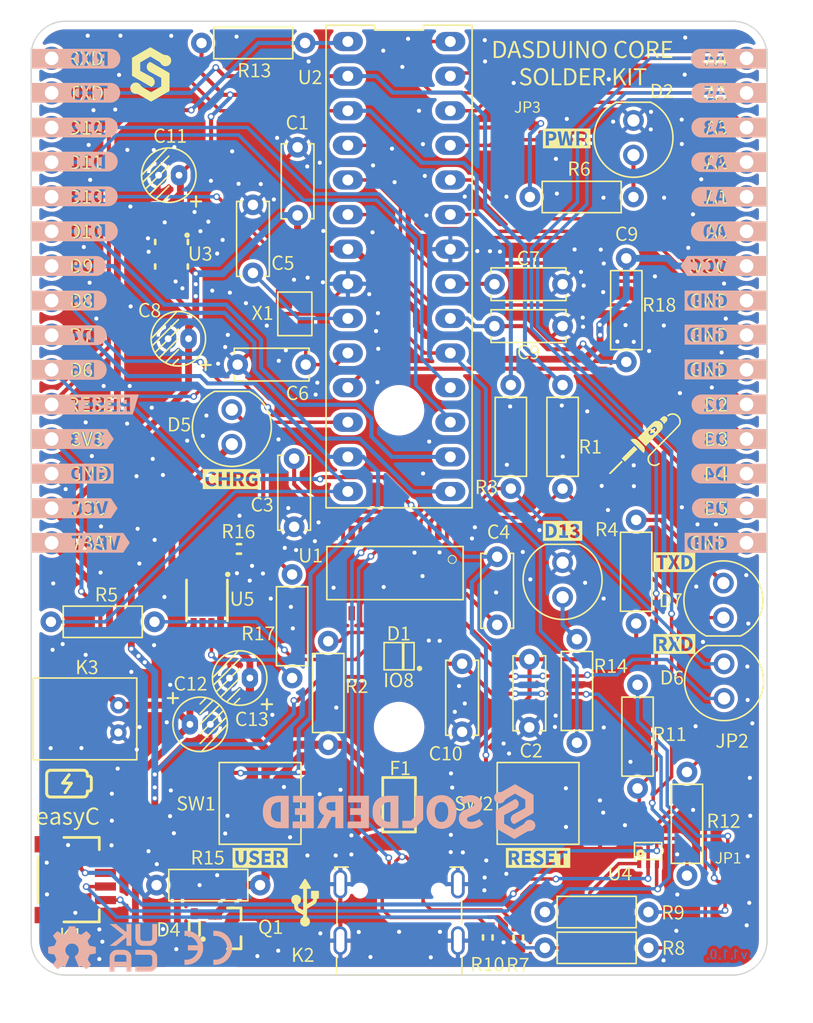
<source format=kicad_pcb>
(kicad_pcb (version 20211014) (generator pcbnew)
  (title_block (title "Dasduino CORE Solder kit") (date "2023-07-18") (rev "V1.1.0.") (company "Soldered Electronics") (comment 1 "333200"))
  (layers (0 "F.Cu" signal) (31 "B.Cu" signal) (34 "B.Paste" user) (35 "F.Paste" user) (36 "B.SilkS" user "B.Silkscreen") (37 "F.SilkS" user "F.Silkscreen") (38 "B.Mask" user) (39 "F.Mask" user) (44 "Edge.Cuts" user))
  (net 0 "")
  (net 1 "VCC")
  (net 2 "GND")
  (net 3 "VUSB")
  (net 4 "Net-(C3-Pad2)")
  (net 5 "DTR")
  (net 6 "RESET")
  (net 7 "XTAL1")
  (net 8 "XTAL2")
  (net 9 "Net-(C7-Pad1)")
  (net 10 "+3V3")
  (net 11 "VBAT")
  (net 13 "Net-(D1-Pad3)")
  (net 14 "Net-(D2-Pad1)")
  (net 15 "Net-(D5-Pad2)")
  (net 16 "SCL_PULL5")
  (net 17 "SDA_PULL5")
  (net 18 "SCL_PULL3,3")
  (net 19 "SDA_PULL3,3")
  (net 20 "SCL")
  (net 21 "SDA")
  (net 22 "Net-(K2-PadA5)")
  (net 23 "D+")
  (net 24 "D-")
  (net 26 "Net-(K2-PadB5)")
  (net 28 "D6")
  (net 29 "D7")
  (net 30 "D8")
  (net 31 "D9")
  (net 32 "D10")
  (net 33 "D13")
  (net 34 "D11")
  (net 35 "D12")
  (net 36 "TXD")
  (net 37 "RXD")
  (net 38 "D5")
  (net 39 "D4")
  (net 40 "D3")
  (net 41 "D2")
  (net 42 "A0")
  (net 43 "A1")
  (net 44 "A2")
  (net 45 "A3")
  (net 46 "SCL_5V")
  (net 47 "SDA_5V")
  (net 48 "CH-TXD")
  (net 49 "CH-RXD")
  (net 50 "Net-(R16-Pad1)")
  (net 51 "Net-(R17-Pad1)")
  (net 56 "RTS")
  (net 60 "Net-(F1-Pad2)")
  (net 61 "Net-(D6-Pad1)")
  (net 62 "Net-(D7-Pad1)")
  (net 63 "Net-(C9-Pad1)")
  (net 64 "Net-(D13-Pad1)")
  (net 65 "Net-(JP3-Pad2)")
  (footprint "kibuzzard-642BFE8B" (layer "F.Cu") (at 138.43 67.05)
    (fp_text reference "kibuzzard-642BFE8B" hide)
    (fp_text value "G***" hide)
  )
  (footprint "kibuzzard-642BFC34" (layer "F.Cu") (at 177.125 111.4)
    (fp_text reference "kibuzzard-642BFC34" hide)
    (fp_text value "G***" hide)
  )
  (footprint "kibuzzard-64B67E49" (layer "F.Cu") (at 140.7 83.6)
    (fp_text reference "kibuzzard-64B67E49" hide)
    (fp_text value "G***" hide)
  )
  (footprint "e-radionica.com footprinti:KS225M050C07RR0VH2FP0" (layer "F.Cu") (at 141.3 98.2 180)
    (fp_text reference "C13")
    (fp_text value "KS225M050C07RR0VH2FP0")
  )
  (footprint "e-radionica.com footprinti:HOLE_3.2mm" (layer "F.Cu") (at 153 78.55)
    (fp_text reference "H2" hide)
    (fp_text value "HOLE_3.2mm" hide)
  )
  (footprint "kibuzzard-642BFDAE" (layer "F.Cu") (at 129.7 67.96)
    (fp_text reference "kibuzzard-642BFDAE" hide)
    (fp_text value "G***" hide)
  )
  (footprint "kibuzzard-642BFE03" (layer "F.Cu") (at 128.94 117.05)
    (fp_text reference "kibuzzard-642BFE03" hide)
    (fp_text value "G***" hide)
  )
  (footprint "kibuzzard-642BFB2F" (layer "F.Cu") (at 176.3 57.8)
    (fp_text reference "kibuzzard-642BFB2F" hide)
    (fp_text value "G***" hide)
  )
  (footprint "kibuzzard-642BFCC5" (layer "F.Cu") (at 162.5 74.275)
    (fp_text reference "kibuzzard-642BFCC5" hide)
    (fp_text value "G***" hide)
  )
  (footprint "kibuzzard-642BFC7A" (layer "F.Cu") (at 168.275 87.275)
    (fp_text reference "kibuzzard-642BFC7A" hide)
    (fp_text value "G***" hide)
  )
  (footprint "e-radionica.com footprinti:THT OTPORNIK" (layer "F.Cu") (at 170.5 102.5 -90)
    (fp_text reference "R11" hide)
    (fp_text value "10k")
  )
  (footprint "e-radionica.com footprinti:CRYSTAL_3225__4_PAD" (layer "F.Cu") (at 145.35 71.475 90)
    (fp_text reference "X1")
    (fp_text value "16MHz")
  )
  (footprint "kibuzzard-642BFE57" (layer "F.Cu") (at 141.24 87.43)
    (fp_text reference "kibuzzard-642BFE57" hide)
    (fp_text value "G***" hide)
  )
  (footprint "kibuzzard-642BFD29" (layer "F.Cu") (at 156.425 103.725)
    (fp_text reference "kibuzzard-642BFD29" hide)
    (fp_text value "G***" hide)
  )
  (footprint "kibuzzard-642BFB82" (layer "F.Cu") (at 176.3 83.2)
    (fp_text reference "kibuzzard-642BFB82" hide)
    (fp_text value "G***" hide)
  )
  (footprint "e-radionica.com footprinti:C_Ceramic_THT_5mm" (layer "F.Cu") (at 142.275 65.975 -90)
    (fp_text reference "C5")
    (fp_text value "22p")
  )
  (footprint "kibuzzard-642BFDC8" (layer "F.Cu") (at 130.8 78.12)
    (fp_text reference "kibuzzard-642BFDC8" hide)
    (fp_text value "G***" hide)
  )
  (footprint "Soldered Graphics:Symbol-Front-Soldering" (layer "F.Cu") (at 171.03 81)
    (fp_text reference "G***" hide)
    (fp_text value "LOGO" hide)
  )
  (footprint "kibuzzard-642BFB3D" (layer "F.Cu") (at 176.3 62.88)
    (fp_text reference "kibuzzard-642BFB3D" hide)
    (fp_text value "G***" hide)
  )
  (footprint "Soldered Graphics:Symbol-Front-USB" (layer "F.Cu") (at 146.1 114.69)
    (fp_text reference "G***" hide)
    (fp_text value "LOGO" hide)
  )
  (footprint "kibuzzard-642BFD20" (layer "F.Cu") (at 159.51 119.2)
    (fp_text reference "kibuzzard-642BFD20" hide)
    (fp_text value "G***" hide)
  )
  (footprint "kibuzzard-642BFD07" (layer "F.Cu") (at 158.48 107.4)
    (fp_text reference "kibuzzard-642BFD07" hide)
    (fp_text value "G***" hide)
  )
  (footprint "e-radionica.com footprinti:0603R" (layer "F.Cu") (at 141.25 88.725)
    (fp_text reference "R16")
    (fp_text value "3k")
  )
  (footprint "kibuzzard-64B67D4E" (layer "F.Cu") (at 165.3 58.6)
    (fp_text reference "kibuzzard-64B67D4E" hide)
    (fp_text value "G***" hide)
  )
  (footprint "kibuzzard-642BFDEA" (layer "F.Cu") (at 131.55 92.07)
    (fp_text reference "kibuzzard-642BFDEA" hide)
    (fp_text value "G***" hide)
  )
  (footprint "kibuzzard-642BFE91" (layer "F.Cu") (at 134.7 71.2)
    (fp_text reference "kibuzzard-642BFE91" hide)
    (fp_text value "G***" hide)
  )
  (footprint "e-radionica.com footprinti:FIDUCIAL_23" (layer "F.Cu") (at 128.8 101.2)
    (fp_text reference "FD1")
    (fp_text value "FIDUCIAL")
  )
  (footprint "e-radionica.com footprinti:4-1437565-2" (layer "F.Cu") (at 142.8 107.4 180)
    (fp_text reference "SW1")
    (fp_text value "4-1437565-2")
  )
  (footprint "kibuzzard-642BFDC3" (layer "F.Cu") (at 129.7 75.58)
    (fp_text reference "kibuzzard-642BFDC3" hide)
    (fp_text value "G***" hide)
  )
  (footprint "kibuzzard-642BFDB5" (layer "F.Cu") (at 129.7 70.5)
    (fp_text reference "kibuzzard-642BFDB5" hide)
    (fp_text value "G***" hide)
  )
  (footprint "kibuzzard-642BFE6D" (layer "F.Cu") (at 136.89 79.59)
    (fp_text reference "kibuzzard-642BFE6D" hide)
    (fp_text value "G***" hide)
  )
  (footprint "kibuzzard-642BFEAD" (layer "F.Cu") (at 153 94.925)
    (fp_text reference "kibuzzard-642BFEAD" hide)
    (fp_text value "G***" hide)
  )
  (footprint "kibuzzard-642BFD8B" (layer "F.Cu") (at 130 55.26)
    (fp_text reference "kibuzzard-642BFD8B" hide)
    (fp_text value "G***" hide)
  )
  (footprint "kibuzzard-642BFDA1" (layer "F.Cu") (at 130 62.88)
    (fp_text reference "kibuzzard-642BFDA1" hide)
    (fp_text value "G***" hide)
  )
  (footprint "e-radionica.com footprinti:U262-161N-4BVC11" (layer "F.Cu") (at 153 115)
    (fp_text reference "K2")
    (fp_text value "U262-161N-4BVC11")
  )
  (footprint "e-radionica.com footprinti:4-1437565-2" (layer "F.Cu") (at 163.2 107.4)
    (fp_text reference "SW2")
    (fp_text value "4-1437565-2")
  )
  (footprint "kibuzzard-642BFEBA" (layer "F.Cu") (at 153 98.35)
    (fp_text reference "kibuzzard-642BFEBA" hide)
    (fp_text value "G***" hide)
  )
  (footprint "kibuzzard-642BFCA9" (layer "F.Cu") (at 166.24 60.82)
    (fp_text reference "kibuzzard-642BFCA9" hide)
    (fp_text value "G***" hide)
  )
  (footprint "kibuzzard-642BFD9A" (layer "F.Cu") (at 130 60.34)
    (fp_text reference "kibuzzard-642BFD9A" hide)
    (fp_text value "G***" hide)
  )
  (footprint "Soldered Graphics:Logo-Back-CE-3.5mm" (layer "F.Cu") (at 139 118)
    (fp_text reference "REF**" hide)
    (fp_text value "Logo-Back-CE-3.5mm" hide)
  )
  (footprint "kibuzzard-642BFBB3" (layer "F.Cu") (at 172.875 102.3)
    (fp_text reference "kibuzzard-642BFBB3" hide)
    (fp_text value "G***" hide)
  )
  (footprint "e-radionica.com footprinti:THT_LED_5MM_BLUE" (layer "F.Cu") (at 176.850001 98.428752 90)
    (fp_text reference "D6")
    (fp_text value "THT_LED_5MM_BLUE")
  )
  (footprint "e-radionica.com footprinti:THT OTPORNIK" (layer "F.Cu") (at 145.15 94.4 -90)
    (fp_text reference "R17" hide)
    (fp_text value "2k2")
  )
  (footprint "e-radionica.com footprinti:KS225M050C07RR0VH2FP0" (layer "F.Cu") (at 138.4 101.6)
    (fp_text reference "C12")
    (fp_text value "KS225M050C07RR0VH2FP0")
  )
  (footprint "kibuzzard-642BFE1C" (layer "F.Cu") (at 138.98 111.37)
    (fp_text reference "kibuzzard-642BFE1C" hide)
    (fp_text value "G***" hide)
  )
  (footprint "kibuzzard-642BFE84" (layer "F.Cu") (at 142.95 71.4)
    (fp_text reference "kibuzzard-642BFE84" hide)
    (fp_text value "G***" hide)
  )
  (footprint "kibuzzard-64B67D8F" (layer "F.Cu") (at 173.2 89.7)
    (fp_text reference "kibuzzard-64B67D8F" hide)
    (fp_text value "G***" hide)
  )
  (footprint "kibuzzard-642BFC91" (layer "F.Cu") (at 169.7 65.6)
    (fp_text reference "kibuzzard-642BFC91" hide)
    (fp_text value "G***" hide)
  )
  (footprint "kibuzzard-642BFBAC" (layer "F.Cu") (at 173.060001 98.163752)
    (fp_text reference "kibuzzard-642BFBAC" hide)
    (fp_text value "G***" hide)
  )
  (footprint "kibuzzard-642BFC6E" (layer "F.Cu") (at 168.58 97.3)
    (fp_text reference "kibuzzard-642BFC6E" hide)
    (fp_text value "G***" hide)
  )
  (footprint "e-radionica.com footprinti:C_Ceramic_THT_5mm" (layer "F.Cu") (at 162.56 99.32 90)
    (fp_text reference "C2")
    (fp_text value "100n")
  )
  (footprint "kibuzzard-642BFB71" (layer "F.Cu") (at 176.3 78.12)
    (fp_text reference "kibuzzard-642BFB71" hide)
    (fp_text value "G***" hide)
  )
  (footprint "e-radionica.com footprinti:1206FUSE" (layer "F.Cu") (at 153 107.5 -90)
    (fp_text reference "F1")
    (fp_text value "1206FUSE-500mA")
  )
  (footprint "Soldered Graphics:Logo-Back-OSH-3.5mm" (layer "F.Cu") (at 129 118)
    (fp_text reference "G***" hide)
    (fp_text value "LOGO" hide)
  )
  (footprint "e-radionica.com footprinti:easyC-connector" (layer "F.Cu") (at 129.3 113 90)
    (fp_text reference "K1")
    (fp_text value "easyC-SMD")
  )
  (footprint "kibuzzard-642BFDCE" (layer "F.Cu") (at 130.1 80.66)
    (fp_text reference "kibuzzard-642BFDCE" hide)
    (fp_text value "G***" hide)
  )
  (footprint "e-radionica.com footprinti:SMD_JUMPER" (layer "F.Cu") (at 162.4 57.5)
    (fp_text reference "JP3")
    (fp_text value "SMD_JUMPER")
  )
  (footprint "kibuzzard-642BFC67" (layer "F.Cu") (at 169.25 112.53)
    (fp_text reference "kibuzzard-642BFC67" hide)
    (fp_text value "G***" hide)
  )
  (footprint "kibuzzard-64AA48AA" (layer "F.Cu") (at 153.1 104.8)
    (fp_text reference "kibuzzard-64AA48AA" hide)
    (fp_text value "G***" hide)
  )
  (footprint "e-radionica.com footprinti:C_Ceramic_THT_5mm" (layer "F.Cu") (at 162.5 69.3)
    (fp_text reference "C7")
    (fp_text value "100n")
  )
  (footprint "kibuzzard-642BFDE3" (layer "F.Cu") (at 130.5 88.28)
    (fp_text reference "kibuzzard-642BFDE3" hide)
    (fp_text value "G***" hide)
  )
  (footprint "kibuzzard-642BFD7D" (layer "F.Cu") (at 136.2 58.4)
    (fp_text reference "kibuzzard-642BFD7D" hide)
    (fp_text value "G***" hide)
  )
  (footprint "kibuzzard-642BFE4E" (layer "F.Cu") (at 141.5 92.38)
    (fp_text reference "kibuzzard-642BFE4E" hide)
    (fp_text value "G***" hide)
  )
  (footprint "e-radionica.com footprinti:WS2812B-2020" (layer "F.Cu") (at 153 96.6)
    (fp_text reference "D1")
    (fp_text value "WS2812B-2020")
  )
  (footprint "Soldered Graphics:Logo-Front-Soldered-4mm" (layer "F.Cu") (at 134.775 53.9)
    (fp_text reference "G***" hide)
    (fp_text value "LOGO" hide)
  )
  (footprint "e-radionica.com footprinti:C_Ceramic_THT_5mm" (layer "F.Cu") (at 162.5 72.375)
    (fp_text reference "C9")
    (fp_text value "100n")
  )
  (footprint "e-radionica.com footprinti:SOT-23-3" (layer "F.Cu") (at 140.7 116.575)
    (fp_text reference "Q1")
    (fp_text value "PMOS")
  )
  (footprint "e-radionica.com footprinti:THT OTPORNIK" (layer "F.Cu") (at 139 113.4)
    (fp_text reference "R15" hide)
    (fp_text value "100k")
  )
  (footprint "kibuzzard-642BFCB2" (layer "F.Cu") (at 172.32 55.12)
    (fp_text reference "kibuzzard-642BFCB2" hide)
    (fp_text value "G***" hide)
  )
  (footprint "kibuzzard-642BFB8A" (layer "F.Cu") (at 176.3 85.74)
    (fp_text reference "kibuzzard-642BFB8A" hide)
    (fp_text value "G***" hide)
  )
  (footprint "e-radionica.com footprinti:THT OTPORNIK" (layer "F.Cu") (at 167.5 115.375)
    (fp_text reference "R9" hide)
    (fp_text value "10k")
  )
  (footprint "kibuzzard-642BFB77" (layer "F.Cu") (at 176.3 80.66)
    (fp_text reference "kibuzzard-642BFB77" hide)
    (fp_text value "G***" hide)
  )
  (footprint "kibuzzard-642BFE09" (layer "F.Cu") (at 136.12 116.65)
    (fp_text reference "kibuzzard-642BFE09" hide)
    (fp_text value "G***" hide)
  )
  (footprint "e-radionica.com footprinti:SMD_JUMPER_3_PAD_TRACE" (layer "F.Cu") (at 177.125 113.15 90)
    (fp_text reference "JP1")
    (fp_text value "SMD_JUMPER_3_PAD_TRACE")
  )
  (footprint "kibuzzard-642BFC26" (layer "F.Cu") (at 177.425 102.8)
    (fp_text reference "kibuzzard-642BFC26" hide)
    (fp_text value "G***" hide)
  )
  (footprint "e-radionica.com footprinti:THT OTPORNIK" (layer "F.Cu") (at 166.4 62.9 180)
    (fp_text reference "R6" hide)
    (fp_text value "2k2")
  )
  (footprint "e-radionica.com footprinti:0603R" (layer "F.Cu") (at 159.51 117.24 -90)
    (fp_text reference "R10")
    (fp_text value "5k1")
  )
  (footprint "kibuzzard-642BFEB3" (layer "F.Cu") (at 149.925 98.775)
    (fp_text reference "kibuzzard-642BFEB3" hide)
    (fp_text value "G***" hide)
  )
  (footprint "e-radionica.com footprinti:THT OTPORNIK" (layer "F.Cu") (at 170.4 90.4 90)
    (fp_text reference "R4" hide)
    (fp_text value "2k2")
  )
  (footprint "kibuzzard-642BFB12" (layer "F.Cu") (at 166.5 52.075)
    (fp_text reference "kibuzzard-642BFB12" hide)
    (fp_text value "G***" hide)
  )
  (footprint "kibuzzard-642BFE38" (layer "F.Cu") (at 142.7 94.91)
    (fp_text reference "kibuzzard-642BFE38" hide)
    (fp_text value "G***" hide)
  )
  (footprint "kibuzzard-642BFE97" (layer "F.Cu") (at 144.475 67.725)
    (fp_text reference "kibuzzard-642BFE97" hide)
    (fp_text value "G***" hide)
  )
  (footprint "kibuzzard-642BFDD6" (layer "F.Cu") (at 130.2 83.2)
    (fp_text reference "kibuzzard-642BFDD6" hide)
    (fp_text value "G***" hide)
  )
  (footprint "kibuzzard-642BFE5E" (layer "F.Cu") (at 142.95 85.46)
    (fp_text reference "kibuzzard-642BFE5E" hide)
    (fp_text value "G***" hide)
  )
  (footprint "e-radionica.com footprinti:THT OTPORNIK" (layer "F.Cu") (at 131.25 94.075)
    (fp_text reference "R5" hide)
    (fp_text value "1k")
  )
  (footprint "kibuzzard-642BFD85" (layer "F.Cu") (at 130 52.72)
    (fp_text reference "kibuzzard-642BFD85" hide)
    (fp_text value "G***" hide)
  )
  (footprint "e-radionica.com footprinti:THT LED 5mm PURPLE" (layer "F.Cu") (at 170.2 58.552626 90)
    (fp_text reference "D2")
    (fp_text value "THT_LED_5MM_PURPLE")
  )
  (footprint "kibuzzard-642BFB62" (layer "F.Cu") (at 175.79 75.57)
    (fp_text reference "kibuzzard-642BFB62" hide)
    (fp_text value "G***" hide)
  )
  (footprint "Soldered Graphics:Logo-Back-UKCA-3.5mm" (layer "F.Cu") (at 133.5 118)
    (fp_text reference "REF**" hide)
    (fp_text value "Logo-Back-UKCA-3.5mm" hide)
  )
  (footprint "e-radionica.com footprinti:SOP-16" (layer "F.Cu") (at 152.7 90.5 -90)
    (fp_text reference "U1")
    (fp_text value "CH340C")
  )
  (footprint "e-radionica.com footprinti:HEADER_MALE_15X1" (layer "F.Cu") (at 178.5 70.5 90)
    (fp_text reference "K5")
    (fp_text value "HEADER_MALE_15X1")
  )
  (footprint "kibuzzard-64B67DA4" (layer "F.Cu") (at 173.2 95.7)
    (fp_text reference "kibuzzard-64B67DA4" hide)
    (fp_text value "G***" hide)
  )
  (footprint "e-radionica.com footprinti:THT OTPORNIK" (layer "F.Cu") (at 142.3 51.6)
    (fp_text reference "R13" hide)
    (fp_text value "10k")
  )
  (footprint "e-radionica.com footprinti:THT LED 5mm WHITE" (layer "F.Cu") (at 176.8 92.502626 -90)
    (fp_text reference "D7")
    (fp_text value "THT_LED_5MM_WHITE")
  )
  (footprint "kibuzzard-642BFE28" (layer "F.Cu") (at 138.08 107.4)
    (fp_text reference "kibuzzard-642BFE28" hide)
    (fp_text value "G***" hide)
  )
  (footprint "Soldered Graphics:Symbol-Front-Battery" (layer "F.Cu") (at 128.775 106.025007)
    (fp_text reference "G***" hide)
    (fp_text value "LOGO" hide)
  )
  (footprint "e-radionica.com footprinti:TPS7A2633DRVR" (layer "F.Cu") (at 136.3 67.1 -90)
    (fp_text reference "U3")
    (fp_text value "TPS7A2633DRVR")
  )
  (footprint "kibuzzard-642BFE0F" (layer "F.Cu") (at 143.57 116.58)
    (fp_text reference "kibuzzard-642BFE0F" hide)
    (fp_text value "G***" hide)
  )
  (footprint "e-radionica.com footprinti:HEADER_MALE_15X1" (layer "F.Cu") (at 127.5 70.5 90)
    (fp_text reference "K4")
    (fp_text value "HEADER_MALE_15X1")
  )
  (footprint "kibuzzard-642BFD1A" (layer "F.Cu") (at 161.75 119.23)
    (fp_text reference "kibuzzard-642BFD1A" hide)
    (fp_text value "G***" hide)
  )
  (footprint "kibuzzard-642BFB29" (layer "F.Cu") (at 176.3 55.26)
    (fp_text reference "kibuzzard-642BFB29" hide)
    (fp_text value "G***" hide)
  )
  (footprint "e-radionica.com footprinti:C_Ceramic_THT_5mm" (layer "F.Cu") (at 157.625 99.65 -90)
    (fp_text reference "C10")
    (fp_text value "100n")
  )
  (footprint "kibuzzard-642BFB91" (layer "F.Cu") (at 175.8 88.28)
    (fp_text reference "kibuzzard-642BFB91" hide)
    (fp_text value "G***" hide)
  )
  (footprint "e-radionica.com footprinti:C_Ceramic_THT_5mm" (layer "F.Cu") (at 160.2 91.8 90)
    (fp_text reference "C4")
    (fp_text value "100n")
  )
  (footprint "kibuzzard-642BFC1D" (layer "F.Cu") (at 176.85 108.675)
    (fp_text reference "kibuzzard-642BFC1D" hide)
    (fp_text value "G***" hide)
  )
  (footprint "kibuzzard-642BFB55" (layer "F.Cu") (at 175.8 70.5)
    (fp_text reference "kibuzzard-642BFB55" hide)
    (fp_text value "G***" hide)
  )
  (footprint "kibuzzard-642BFC8B" (layer "F.Cu") (at 172.125 70.8)
    (fp_text reference "kibuzzard-642BFC8B" hide)
    (fp_text value "G***" hide)
  )
  (footprint "e-radionica.com footprinti:THT LED 5mm ORANGE" (layer "F.Cu") (at 165 91 90)
    (fp_text reference "D13")
    (fp_text value "THT_LED_5MM_ORANGE")
  )
  (footprint "kibuzzard-64B67E67" (layer "F.Cu") (at 142.8 111.4)
    (fp_text reference "kibuzzard-64B67E67" hide)
    (fp_text value "G***" hide)
  )
  (footprint "kibuzzard-642BFB9E" (layer "F.Cu") (at 172.975 92.475)
    (fp_text reference "kibuzzard-642BFB9E" hide)
    (fp_text value "G***" hide)
  )
  (footprint "e-radionica.com footprinti:THT OTPORNIK" (layer "F.Cu") (at 161.2 80.5 90)
    (fp_text reference "R3" hide)
    (fp_text value "1k")
  )
  (footprint "kibuzzard-642BFDDD" (layer "F.Cu") (at 130.1 85.74)
    (fp_text reference "kibuzzard-642BFDDD" hide)
    (fp_text value "G***" hide)
  )
  (footprint "kibuzzard-642BFB22" (layer "F.Cu") (at 176.3 52.72)
    (fp_text reference "kibuzzard-642BFB22" hide)
    (fp_text value "G***" hide)
  )
  (footprint "kibuzzard-642BFCFA" (layer "F.Cu") (at 162.7 103.51)
    (fp_text reference "kibuzzard-642BFCFA" hide)
    (fp_text value "G***" hide)
  )
  (footprint "kibuzzard-642BFD94" (layer "F.Cu") (at 130 57.8)
    (fp_text reference "kibuzzard-642BFD94" hide)
    (fp_text value "G***" hide)
  )
  (footprint "Soldered Graphics:Logo-Back-SolderedFULL-20mm" (layer "F.Cu") (at 153 108)
    (fp_text reference "REF**" hide)
    (fp_text value "Logo-Front-SolderedFULL-20mm" hide)
  )
  (footprint "kibuzzard-642BFEA7" (layer "F.Cu") (at 146.525 89.2)
    (fp_text reference "kibuzzard-642BFEA7" hide)
    (fp_text value "G***" hide)
  )
  (footprint "kibuzzard-642BFB4C" (layer "F.Cu") (at 175.8 67.96)
    (fp_text reference "kibuzzard-642BFB4C" hide)
    (fp_text value "G***" hide)
  )
  (footprint "Soldered Graphics:Logo-Front-easyC-NewFont" (layer "F.Cu") (at 128.7 108.5)
    (fp_text reference "G***" hide)
    (fp_text value "LOGO" hide)
  )
  (footprint "kibuzzard-642BFE16" (layer "F.Cu") (at 145.97 118.51)
    (fp_text reference "kibuzzard-642BFE16" hide)
    (fp_text value "G***" hide)
  )
  (footprint "kibuzzard-642BFCCF" (layer "F.Cu") (at 159.44 84.18)
    (fp_text reference "kibuzzard-642BFCCF" hide)
    (fp_text value "G***" hide)
  )
  (footprint "kibuzzard-642BFD77" (layer "F.Cu") (at 142.4 53.6)
    (fp_text reference "kibuzzard-642BFD77" hide)
    (fp_text value "G***" hide)
  )
  (footprint "kibuzzard-642BFB1A" (layer "F.Cu") (at 166.5 54.075)
    (fp_text reference "kibuzzard-642BFB1A" hide)
    (fp_text value "G***" hide)
  )
  (footprint "kibuzzard-642BFD72" (layer "F.Cu") (at 145.525 57.425)
    (fp_text reference "kibuzzard-642BFD72" hide)
    (fp_text value "G***" hide)
  )
  (footprint "e-radionica.com footprinti:SOT-363" (layer "F.Cu") (at 171.275 110.9 90)
    (fp_text reference "U4")
    (fp_text value "NMOS-DUAL")
  )
  (footprint "e-radionica.com footprinti:THT LED 5mm RED" (layer "F.Cu") (at 140.725 79.775 90)
    (fp_text reference "D5")
    (fp_text value "THT_LED_5MM_RED")
  )
  (footprint "e-radionica.com footprinti:ATmega328P-PU" (layer "F.Cu") (at 153 68 -90)
    (fp_text reference "U2")
    (fp_text value "ATmega328P-PU")
  )
  (footprint "kibuzzard-642BFE7D" (layer "F.Cu") (at 145.55 77.275)
    (fp_text reference "kibuzzard-642BFE7D" hide)
    (fp_text value "G***" hide)
  )
  (footprint "kibuzzard-642BFCBF" (layer "F.Cu") (at 162.5 67.375)
    (fp_text reference "kibuzzard-642BFCBF" hide)
    (fp_text value "G***" hide)
  )
  (footprint "kibuzzard-64AA4247" (layer "F.Cu") (at 162.4 56.3)
    (fp_text reference "kibuzzard-64AA4247" hide)
    (fp_text value "G***" hide)
  )
  (footprint "e-radionica.com footprinti:SMD_JUMPER_3_PAD_TRACE" (layer "F.Cu") (at 177.425 104.575 -90)
    (fp_text reference "JP2")
    (fp_text value "SMD_JUMPER_3_PAD_TRACE")
  )
  (footprint "kibuzzard-642BFDA8" (layer "F.Cu") (at 130 65.42)
    (fp_text reference "kibuzzard-642BFDA8" hide)
    (fp_text value "G***" hide)
  )
  (footprint "kibuzzard-642BFDFC" (layer "F.Cu") (at 137.7 98.6)
    (fp_text reference "kibuzzard-642BFDFC" hide)
    (fp_text value "G***" hide)
  )
  (footprint "kibuzzard-64B67E8A" (layer "F.Cu") (at 163.2 111.4)
    (fp_text reference "kibuzzard-64B67E8A" hide)
    (fp_text value "G***" hide)
  )
  (footprint "kibuzzard-642BFDF1" (layer "F.Cu") (at 130.12 97.4)
    (fp_text reference "kibuzzard-642BFDF1" hide)
    (fp_text value "G***" hide)
  )
  (footprint "e-radionica.com footprinti:KS225M050C07RR0VH2FP0" (layer "F.Cu") (at 136.1 61.3 180)
    (fp_text reference "C11")
    (fp_text value "KS225M050C07RR0VH2FP0")
  )
  (footprint "kibuzzard-642BFE74" (layer "F.Cu") (at 142.2 101.2)
    (fp_text reference "kibuzzard-642BFE74" hide)
    (fp_text value "G***" hide)
  )
  (footprint "e-radionica.com footprinti:KS225M050C07RR0VH2FP0" (layer "F.Cu") (at 136.8 73.3 180)
    (fp_text reference "C8")
    (fp_text value "KS225M050C07RR0VH2FP0")
  )
  (footprint "kibuzzard-642BFC61" (layer "F.Cu") (at 173.175 118)
    (fp_text reference "kibuzzard-642BFC61" hide)
    (fp_text value "G***" hide)
  )
  (footprint "e-radionica.com footprinti:THT OTPORNIK" (layer "F.Cu") (at 166.05 99.15 90)
    (fp_text reference "R14" hide)
    (fp_text value "2k2")
  )
  (footprint "e-radionica.com footprinti:HOLE_3.2mm" (layer "F.Cu") (at 153 101.8)
    (fp_text reference "H1" hide)
    (fp_text value "HOLE_3.2mm" hide)
  )
  (footprint "e-radionica.com footprinti:THT OTPORNIK" (layer "F.Cu") (at 165 80.5 90)
    (fp_text reference "R1" hide)
    (fp_text value "1k")
  )
  (footprint "e-radionica.com footprinti:C_Ceramic_THT_5mm" (layer "F.Cu") (at 143.65 75.2)
    (fp_text reference "C6")
    (fp_text value "22p")
  )
  (footprint "e-radionica.com footprinti:THT OTPORNIK" (layer "F.Cu") (at 167.5 118)
    (fp_text reference "R8" hide)
    (fp_text value "10k")
  )
  (footprint "e-radionica.com footprinti:C_Ceramic_THT_5mm" (layer "F.Cu") (at 145.3 84.6 90)
    (fp_text reference "C3")
    (fp_text value "100n")
  )
  (footprint "e-radionica.com footprinti:TP4056M-MSOP8" (layer "F.Cu") (at 138.9 92.5 -90)
    (fp_text reference "U5")
    (fp_text value "TP4056M")
  )
  (footprint "kibuzzard-642BFDBA" (layer "F.Cu") (at 129.7 73.04)
    (fp_text reference "kibuzzard-642BFDBA" hide)
    (fp_text value "G***" hide)
  )
  (footprint "e-radionica.com footprinti:THT OTPORNIK" (layer "F.Cu") (at 174.125 108.9 -90)
    (fp_text reference "R12" hide)
    (fp_text value "10k")
  )
  (footprint "e-radionica.com footprinti:SOD-323" (layer "F.Cu") (at 137.975 116.6 -90)
    (fp_text reference "D4")
    (fp_text value "BAT20J")
  )
  (footprint "e-radionica.com footprinti:0603R" (layer "F.Cu") (at 161.75 117.25 -90)
    (fp_text reference "R7")
    (fp_text value "5k1")
  )
  (footprint "kibuzzard-642BFC5B" (layer "F.Cu") (at 173.125 115.4)
    (fp_text reference "kibuzzard-642BFC5B" hide)
    (fp_text value "G***" hide)
  )
  (footprint "kibuzzard-64B67D7C" (layer "F.Cu") (at 165 87.4)
    (fp_text reference "kibuzzard-64B67D7C" hide)
    (fp_text value "G***" hide)
  )
  (footprint "e-radionica.com footprinti:THT OTPORNIK" (layer "F.Cu") (at 169.675 71.2 90)
    (fp_text reference "R18" hide)
    (fp_text value "100R")
  )
  (footprint "e-radionica.com footprinti:C_Ceramic_THT_5mm" (layer "F.Cu") (at 145.55 61.75 90)
    (fp_text reference "C1")
    (fp_text value "100n")
  )
  (footprint "e-radionica.com footprinti:S2B-PH-K-S(LF)(SN)" (layer "F.Cu") (at 132.4 101.2 90)
    (fp_text reference "K3")
    (fp_text value "S2B-PH-K-S(LF)(SN)")
  )
  (footprint "kibuzzard-642BFCE4" (layer "F.Cu") (at 160.32 87.46)
    (fp_text reference "kibuzzard-642BFCE4" hide)
    (fp_text value "G***" hide)
  )
  (footprint "kibuzzard-642BFC82" (layer "F.Cu") (at 167.05 81.21)
    (fp_text reference "kibuzzard-642BFC82" hide)
    (fp_text value "G***" hide)
  )
  (footprint "kibuzzard-642BFB37" (layer "F.Cu") (at 176.3 60.34)
    (fp_text reference "kibuzzard-642BFB37" hide)
    (fp_text value "G***" hide)
  )
  (footprint "kibuzzard-64AA4896" (layer "F.Cu") (at 146.5 54.1)
    (fp_text reference "kibuzzard-64AA4896" hide)
    (fp_text value "G***" hide)
  )
  (footprint "e-radionica.com footprinti:THT OTPORNIK" (layer "F.Cu") (at 147.8 99.3 90)
    (fp_text reference "R2" hide)
    (fp_text value "2k2")
  )
  (footprint "kibuzzard-642BFB46" (layer "F.Cu") (at 176.3 65.42)
    (fp_text reference "kibuzzard-642BFB46" hide)
    (fp_text value "G***" hide)
  )
  (footprint "kibuzzard-642BFB5B" (layer "F.Cu") (at 175.8 73.04)
    (fp_text reference "kibuzzard-642BFB5B" hide)
    (fp_text value "G***" hide)
  )
  (footprint "kibuzzard-642C00EB" (layer "B.Cu") (at 177.25 57.8 180)
    (fp_text reference "kibuzzard-642C00EB" hide)
    (fp_text value "G***" hide)
  )
  (footprint "kibuzzard-642C0140" (layer "B.Cu") (at 129.15 57.8 180)
    (fp_text reference "kibuzzard-642C0140" hide)
    (fp_text value "G***" hide)
  )
  (footprint "kibuzzard-642C00FA" (layer "B.Cu") (at 177.23 52.75 180)
    (fp_text reference "kibuzzard-642C00FA" hide)
    (fp_text value "G***" hide)
  )
  (footprint "kibuzzard-642C00D7" (layer "B.Cu") (at 177.25 62.88 180)
    (fp_text reference "kibuzzard-642C00D7" hide)
    (fp_text value "G***" hide)
  )
  (footprint "kibuzzard-642C00C3" (layer "B.Cu") (at 176.85 67.96 180)
    (fp_text reference "kibuzzard-642C00C3" hide)
    (fp_text value "G***" hide)
  )
  (footprint "kibuzzard-642C0192" (layer "B.Cu") (at 129.925 78.125 180)
    (fp_text reference "kibuzzard-642C0192" hide)
    (fp_text value "G***" hide)
  )
  (footprint "kibuzzard-642C014C" (layer "B.Cu") (at 129.15 60.3 180)
    (fp_text reference "kibuzzard-642C014C" hide)
    (fp_text value "G***" hide)
  )
  (footprint "kibuzzard-642C0160" (layer "B.Cu") (at 129.15 65.42 180)
    (fp_text reference "kibuzzard-642C0160" hide)
    (fp_text value "G***" hide)
  )
  (footprint "kibuzzard-642C00E2" (layer "B.Cu") (at 177.25 60.34 180)
    (fp_text reference "kibuzzard-642C00E2" hide)
    (fp_text value "G***" hide)
  )
  (footprint "kibuzzard-642C006A" (layer "B.Cu") (at 177.25 78.12 180)
    (fp_text reference "kibuzzard-642C006A" hide)
    (fp_text value "G***" hide)
  )
  (footprint "kibuzzard-642C01BA" (layer "B.Cu") (at 129 83.2 180)
    (fp_text reference "kibuzzard-642C01BA" hide)
    (fp_text value "G***" hide)
  )
  (footprint "kibuzzard-642C0126" (layer "B.Cu") (at 129.25 52.75 180)
    (fp_text reference "kibuzzard-642C0126" hide)
    (fp_text value "G***" hide)
  )
  (footprint "kibuzzard-642C005E" (layer "B.Cu") (at 177.275 80.66 180)
    (fp_text reference "kibuzzard-642C005E" hide)
    (fp_text value "G***" hide)
  )
  (footprint "kibuzzard-642C00CF" (layer "B.Cu") (at 177.225 65.42 180)
    (fp_text reference "kibuzzard-642C00CF" hide)
    (fp_text value "G***" hide)
  )
  (footprint "kibuzzard-642C01EF" (layer "B.Cu") (at 129.6 88.275 180)
    (fp_text reference "kibuzzard-642C01EF" hide)
    (fp_text value "G***" hide)
  )
  (footprint "kibuzzard-642C01B2" (layer "B.Cu") (at 129 80.66 180)
    (fp_text reference "kibuzzard-642C01B2" hide)
    (fp_text value "G***" hide)
  )
  (footprint "kibuzzard-642C0177" (layer "B.Cu") (at 128.75 70.5 180)
    (fp_text reference "kibuzzard-642C0177" hide)
    (fp_text value "G***" hide)
  )
  (footprint "kibuzzard-642C0052" (layer "B.Cu") (at 177.25 83.2 180)
    (fp_text reference "kibuzzard-642C0052" hide)
    (fp_text value "G***" hide)
  )
  (footprint "kibuzzard-642C0138" (layer "B.Cu") (at 129.25 55.25 180)
    (fp_text reference "kibuzzard-642C0138" hide)
    (fp_text value "G***" hide)
  )
  (footprint "kibuzzard-642C00B7" (layer "B.Cu") (at 177 70.5 180)
    (fp_text reference "kibuzzard-642C00B7" hide)
    (fp_text value "G***" hide)
  )
  (footprint "kibuzzard-642C0156" (layer "B.Cu") (at 129.15 62.85 180)
    (fp_text reference "kibuzzard-642C0156" hide)
    (fp_text value "G***" hide)
  )
  (footprint "kibuzzard-642C016D" (layer "B.Cu") (at 128.725 67.96 180)
    (fp_text reference "kibuzzard-642C016D" hide)
    (fp_text value "G***" hide)
  )
  (footprint "kibuzzard-642C0029" (layer "B.Cu") (at 177 88.28 180)
    (fp_text reference "kibuzzard-642C0029" hide)
    (fp_text value "G***" hide)
  )
  (footprint "kibuzzard-642C018B" (layer "B.Cu") (at 128.75 75.58 180)
    (fp_text reference "kibuzzard-642C018B" hide)
    (fp_text value "G***" hide)
  )
  (footprint "kibuzzard-642C00A8" (layer "B.Cu") (at 177 73 180)
    (fp_text reference "kibuzzard-642C00A8" hide)
    (fp_text value "G***" hide)
  )
  (footprint "kibuzzard-642C00F1" (layer "B.Cu") (at 177.25 55.26 180)
    (fp_text reference "kibuzzard-642C00F1" hide)
    (fp_text value "G***" hide)
  )
  (footprint "kibuzzard-642C01C6" (layer "B.Cu") (at 129.15 85.74 180)
    (fp_text reference "kibuzzard-642C01C6" hide)
    (fp_text value "G***" hide)
  )
  (footprint "Soldered Graphics:Version1.1.0" (layer "B.Cu") (at 177.02 118.48 180)
    (fp_text reference "Ref**" hide)
    (fp_text value "Val**" hide)
  )
  (footprint "kibuzzard-642C017E" (layer "B.Cu") (at 128.75 73.04 180)
    (fp_text reference "kibuzzard-642C017E" hide)
    (fp_text value "G***" hide)
  )
  (footprint "kibuzzard-642C0045" (layer "B.Cu") (at 177.275 85.74 180)
    (fp_text reference "kibuzzard-642C0045" hide)
    (fp_text value "G***" hide)
  )
  (footprint "kibuzzard-642C008F" (layer "B.Cu") (at 177 75.55 180)
    (fp_text reference "kibuzzard-642C008F" hide)
    (fp_text value "G***" hide)
  )
  (gr_arc (start 180 117.5) (mid 179.267767 119.267767) (end 177.5 120) (layer "Edge.Cuts") (width 0.1))
  (gr_line (start 177.5 50) (end 128.5 50) (layer "Edge.Cuts") (width 0.1))
  (gr_line (start 180 117.5) (end 180 52.5) (layer "Edge.Cuts") (width 0.1))
  (gr_arc (start 128.5 120) (mid 126.732233 119.267767) (end 126 117.5) (layer "Edge.Cuts") (width 0.1))
  (gr_arc (start 177.5 50) (mid 179.267767 50.732233) (end 180 52.5) (layer "Edge.Cuts") (width 0.1))
  (gr_arc (start 126 52.5) (mid 126.732233 50.732233) (end 128.5 50) (layer "Edge.Cuts") (width 0.1))
  (gr_line (start 126 52.5) (end 126 117.5) (layer "Edge.Cuts") (width 0.1))
  (gr_line (start 128.5 120) (end 177.5 120) (layer "Edge.Cuts") (width 0.1))
  (segment (start 166.69 99.35) (end 163.46 99.35) (width 0.254) (layer "F.Cu") (net 1))
  (segment (start 176.125 112.875) (end 176.4 113.15) (width 0.254) (layer "F.Cu") (net 1))
  (segment (start 167.75 73.65) (end 167.75 73.025) (width 0.5) (layer "F.Cu") (net 1))
  (segment (start 137.95 71.55) (end 138 71.55) (width 0.3) (layer "F.Cu") (net 1))
  (segment (start 135.65 69.25) (end 137.95 71.55) (width 0.3) (layer "F.Cu") (net 1))
  (segment (start 149.24 66.73) (end 149.705 66.73) (width 0.5) (layer "F.Cu") (net 1))
  (segment (start 136.73 111.3) (end 136.24 110.81) (width 0.5) (layer "F.Cu") (net 1))
  (segment (start 137.48 117.7) (end 136.77 116.99) (width 0.5) (layer "F.Cu") (net 1))
  (segment (start 136.73 116.95) (end 136.73 111.62) (width 0.5) (layer "F.Cu") (net 1))
  (segment (start 135.07 109.64) (end 135.07 107.02) (width 0.5) (layer "F.Cu") (net 1))
  (segment (start 138.075 69.3) (end 138.075 68.525) (width 0.5) (layer "F.Cu") (net 1))
  (segment (start 137.55 72.45) (end 137.55 76.925) (width 0.5) (layer "F.Cu") (net 1))
  (segment (start 176.4 113.15) (end 177.125 113.15) (width 0.254) (layer "F.Cu") (net 1))
  (segment (start 166.6 74.8) (end 167.75 73.65) (width 0.5) (layer "F.Cu") (net 1))
  (segment (start 158.525 73.075) (end 160.25 74.8) (width 0.5) (layer "F.Cu") (net 1))
  (segment (start 138.075 70.175) (end 138.075 69.3) (width 0.5) (layer "F.Cu") (net 1))
  (segment (start 133.35 91.61) (end 127.5 85.76) (width 0.5) (layer "F.Cu") (net 1))
  (segment (start 133.35 96.06) (end 133.35 91.61) (width 0.5) (layer "F.Cu") (net 1))
  (segment (start 135.65 68.095) (end 135.65 69.25) (width 0.3) (layer "F.Cu") (net 1))
  (segment (start 145.28 99.85) (end 145.56 99.85) (width 0.3) (layer "F.Cu") (net 1))
  (segment (start 160.25 74.8) (end 166.6 74.8) (width 0.5) (layer "F.Cu") (net 1))
  (segment (start 137.975 117.7) (end 137.48 117.7) (width 0.5) (layer "F.Cu") (net 1))
  (segment (start 149.705 66.73) (end 154.275 71.3) (width 0.5) (layer "F.Cu") (net 1))
  (segment (start 139.5 117.525) (end 138.15 117.525) (width 0.5) (layer "F.Cu") (net 1))
  (segment (start 155 73.075) (end 158.525 73.075) (width 0.5) (layer "F.Cu") (net 1))
  (segment (start 154.275 72.35) (end 155 73.075) (width 0.5) (layer "F.Cu") (net 1))
  (segment (start 138.075 68.525) (end 137.645 68.095) (width 0.5) (layer "F.Cu") (net 1))
  (segment (start 128.735 85.74) (end 127.5 85.74) (width 0.5) (layer "F.Cu") (net 1))
  (segment (start 152.55 98.125) (end 152.085 97.66) (width 0.3) (layer "F.Cu") (net 1))
  (segment (start 135.07 106.23) (end 135.07 105.28) (width 0.5) (layer "F.Cu") (net 1))
  (segment (start 154.275 71.3) (end 154.275 72.35) (width 0.5) (layer "F.Cu") (net 1))
  (segment (start 146.18 66.73) (end 149.24 66.73) (width 0.5) (layer "F.Cu") (net 1))
  (segment (start 157.625 97.15) (end 156.3 97.15) (width 0.3) (layer "F.Cu") (net 1))
  (segment (start 136.24 110.81) (end 135.07 109.64) (width 0.5) (layer "F.Cu") (net 1))
  (segment (start 152.085 97.66) (end 152.085 97.15) (width 0.3) (layer "F.Cu") (net 1))
  (segment (start 138.075 71.925) (end 137.55 72.45) (width 0.5) (layer "F.Cu") (net 1))
  (segment (start 155.325 98.125) (end 152.55 98.125) (width 0.3) (layer "F.Cu") (net 1))
  (segment (start 137.645 68.095) (end 136.95 68.095) (width 0.5) (layer "F.Cu") (net 1))
  (segment (start 136.77 116.99) (end 136.73 116.95) (width 0.5) (layer "F.Cu") (net 1))
  (segment (start 133.35 96.06) (end 133.875 96.585) (width 0.5) (layer "F.Cu") (net 1))
  (segment (start 167.75 73.025) (end 167.75 72.3) (width 0.5) (layer "F.Cu") (net 1))
  (segment (start 135.07 107.02) (end 135.07 106.23) (width 0.5) (layer "F.Cu") (net 1))
  (segment (start 156.3 97.15) (end 155.325 98.125) (width 0.3) (layer "F.Cu") (net 1))
  (segment (start 145.55 66.1) (end 146.18 66.73) (width 0.5) (layer "F.Cu") (net 1))
  (segment (start 147.285 98.125) (end 152.55 98.125) (width 0.3) (layer "F.Cu") (net 1))
  (segment (start 167.75 72.3) (end 167.725 72.275) (width 0.5) (layer "F.Cu") (net 1))
  (segment (start 166.73 99.39) (end 166.69 99.35) (width 0.254) (layer "F.Cu") (net 1))
  (segment (start 138.15 117.525) (end 137.975 117.7) (width 0.5) (layer "F.Cu") (net 1))
  (segment (start 161.53 99.35) (end 159.825 99.35) (width 0.3) (layer "F.Cu") (net 1))
  (segment (start 133.875 96.585) (end 134.335 97.045) (width 0.5) (layer "F.Cu") (net 1))
  (segment (start 159.825 99.35) (end 157.625 97.15) (width 0.3) (layer "F.Cu") (net 1))
  (segment (start 138.075 70.175) (end 138.075 71.925) (width 0.5) (layer "F.Cu") (net 1))
  (segment (start 145.55 64.25) (end 145.55 66.1) (width 0.5) (layer "F.Cu") (net 1))
  (segment (start 136.73 111.62) (end 136.73 111.3) (width 0.5) (layer "F.Cu") (net 1))
  (segment (start 137.55 76.925) (end 128.735 85.74) (width 0.5) (layer "F.Cu") (net 1))
  (segment (start 145.56 99.85) (end 147.285 98.125) (width 0.3) (layer "F.Cu") (net 1))
  (via (at 135.07 105.28) (size 0.5) (drill 0.3) (layers "F.Cu" "B.Cu") (net 1))
  (via (at 133.35 96.06) (size 0.5) (drill 0.3) (layers "F.Cu" "B.Cu") (net 1))
  (via (at 135.07 106.23) (size 0.5) (drill 0.3) (layers "F.Cu" "B.Cu") (net 1))
  (via (at 138.075 69.3) (size 0.5) (drill 0.3) (layers "F.Cu" "B.Cu") (net 1))
  (via (at 167.75 73.025) (size 0.5) (drill 0.3) (layers "F.Cu" "B.Cu") (net 1))
  (via (at 145.28 99.85) (size 0.5) (drill 0.3) (layers "F.Cu" "B.Cu") (net 1))
  (via (at 135.07 107.02) (size 0.5) (drill 0.3) (layers "F.Cu" "B.Cu") (net 1))
  (via (at 138.075 68.525) (size 0.5) (drill 0.3) (layers "F.Cu" "B.Cu") (net 1))
  (via (at 134.335 97.045) (size 0.5) (drill 0.3) (layers "F.Cu" "B.Cu") (net 1))
  (via (at 133.875 96.585) (size 0.5) (drill 0.3) (layers "F.Cu" "B.Cu") (net 1))
  (via (at 161.53 99.35) (size 0.5) (drill 0.3) (layers "F.Cu" "B.Cu") (net 1))
  (via (at 138.075 70.175) (size 0.5) (drill 0.3) (layers "F.Cu" "B.Cu") (net 1))
  (via (at 166.73 99.39) (size 0.5) (drill 0.3) (layers "F.Cu" "B.Cu") (net 1))
  (via (at 176.125 112.875) (size 0.5) (drill 0.3) (layers "F.Cu" "B.Cu") (net 1))
  (via (at 167.725 72.275) (size 0.5) (drill 0.3) (layers "F.Cu" "B.Cu") (net 1))
  (via (at 163.46 99.35) (size 0.5) (drill 0.3) (layers "F.Cu" "B.Cu") (net 1))
  (segment (start 137.18 103.06) (end 135.07 105.17) (width 0.3) (layer "B.Cu") (net 1))
  (segment (start 167.61 99.39) (end 166.73 99.39) (width 0.254) (layer "B.Cu") (net 1))
  (segment (start 145.28 100.78) (end 143 103.06) (width 0.3) (layer "B.Cu") (net 1))
  (segment (start 172.705 67.4) (end 169.675 67.4) (width 0.5) (layer "B.Cu") (net 1))
  (segment (start 145.28 99.85) (end 145.28 100.78) (width 0.3) (layer "B.Cu") (net 1))
  (segment (start 140.05 68.525) (end 138.075 68.525) (width 0.5) (layer "B.Cu") (net 1))
  (segment (start 145.55 64.25) (end 144.325 64.25) (width 0.5) (layer "B.Cu") (net 1))
  (segment (start 135.07 106.23) (end 135.07 105.28) (width 0.5) (layer "B.Cu") (net 1))
  (segment (start 163.46 99.35) (end 161.53 99.35) (width 0.3) (layer "B.Cu") (net 1))
  (segment (start 173.265 67.96) (end 178.5 67.96) (width 0.5) (layer "B.Cu") (net 1))
  (segment (start 133.875 96.585) (end 133.35 96.06) (width 0.5) (layer "B.Cu") (net 1))
  (segment (start 143 103.06) (end 137.18 103.06) (width 0.3) (layer "B.Cu") (net 1))
  (segment (start 135.07 105.17) (end 135.07 105.28) (width 0.3) (layer "B.Cu") (net 1))
  (segment (start 169.675 67.4) (end 169.675 70.325) (width 0.5) (layer "B.Cu") (net 1))
  (segment (start 172.22648 104.00648) (end 167.61 99.39) (width 0.254) (layer "B.Cu") (net 1))
  (segment (start 173.265 67.96) (end 172.705 67.4) (width 0.5) (layer "B.Cu") (net 1))
  (segment (start 144.325 64.25) (end 140.05 68.525) (width 0.5) (layer "B.Cu") (net 1))
  (segment (start 134.335 97.045) (end 133.875 96.585) (width 0.5) (layer "B.Cu") (net 1))
  (segment (start 135.07 107.02) (end 135.07 106.23) (width 0.5) (layer "B.Cu") (net 1))
  (segment (start 135.07 105.28) (end 135.07 97.78) (width 0.5) (layer "B.Cu") (net 1))
  (segment (start 138.075 68.525) (end 138.075 69.3) (width 0.5) (layer "B.Cu") (net 1))
  (segment (start 135.07 97.78) (end 134.335 97.045) (width 0.5) (layer "B.Cu") (net 1))
  (segment (start 138.075 69.3) (end 138.075 70.175) (width 0.5) (layer "B.Cu") (net 1))
  (segment (start 169.675 70.325) (end 167.725 72.275) (width 0.5) (layer "B.Cu") (net 1))
  (segment (start 175.39 111.6) (end 175.39 110.99) (width 0.254) (layer "B.Cu") (net 1))
  (segment (start 176.125 112.335) (end 175.39 111.6) (width 0.254) (layer "B.Cu") (net 1))
  (segment (start 172.22648 107.82648) (end 172.22648 104.00648) (width 0.254) (layer "B.Cu") (net 1))
  (segment (start 167.725 72.275) (end 167.725 73) (width 0.5) (layer "B.Cu") (net 1))
  (segment (start 176.125 112.875) (end 176.125 112.335) (width 0.254) (layer "B.Cu") (net 1))
  (segment (start 167.725 73) (end 167.75 73.025) (width 0.5) (layer "B.Cu") (net 1))
  (segment (start 175.39 110.99) (end 172.22648 107.82648) (width 0.254) (layer "B.Cu") (net 1))
  (segment (start 148.135 70.375) (end 149.24 69.27) (width 0.254) (layer "F.Cu") (net 2))
  (segment (start 146.15 70.375) (end 148.135 70.375) (width 0.254) (layer "F.Cu") (net 2))
  (via (at 164.58 62.65) (size 0.5) (drill 0.3) (layers "F.Cu" "B.Cu") (net 2))
  (via (at 172.43 72.33) (size 0.5) (drill 0.3) (layers "F.Cu" "B.Cu") (net 2))
  (via (at 158.74 66.87) (size 0.5) (drill 0.3) (layers "F.Cu" "B.Cu") (net 2))
  (via (at 174 51.2) (size 0.5) (drill 0.3) (layers "F.Cu" "B.Cu") (net 2))
  (via (at 153.66 51.29) (size 0.5) (drill 0.3) (layers "F.Cu" "B.Cu") (net 2))
  (via (at 133.23 76.77) (size 0.5) (drill 0.3) (layers "F.Cu" "B.Cu") (net 2))
  (via (at 175.175 61.6) (size 0.5) (drill 0.3) (layers "F.Cu" "B.Cu") (net 2))
  (via (at 173.42 114.09) (size 0.5) (drill 0.3) (layers "F.Cu" "B.Cu") (net 2))
  (via (at 131.09 90.46) (size 0.5) (drill 0.3) (layers "F.Cu" "B.Cu") (net 2))
  (via (at 150.04 116.84) (size 0.5) (drill 0.3) (layers "F.Cu" "B.Cu") (net 2))
  (via (at 147.09 86.78) (size 0.5) (drill 0.3) (layers "F.Cu" "B.Cu") (net 2))
  (via (at 131.225 117.55) (size 0.5) (drill 0.3) (layers "F.Cu" "B.Cu") (net 2))
  (via (at 173.74 57.22) (size 0.5) (drill 0.3) (layers "F.Cu" "B.Cu") (net 2))
  (via (at 159.67 66.88) (size 0.5) (drill 0.3) (layers "F.Cu" "B.Cu") (net 2))
  (via (at 139 64.71) (size 0.5) (drill 0.3) (layers "F.Cu" "B.Cu") (net 2))
  (via (at 150.81 70.03) (size 0.5) (drill 0.3) (layers "F.Cu" "B.Cu") (net 2))
  (via (at 151.41 76.49) (size 0.5) (drill 0.3) (layers "F.Cu" "B.Cu") (net 2))
  (via (at 175.95 76.88) (size 0.5) (drill 0.3) (layers "F.Cu" "B.Cu") (net 2))
  (via (at 141.76 70.69) (size 0.5) (drill 0.3) (layers "F.Cu" "B.Cu") (net 2))
  (via (at 131.125 87.075) (size 0.5) (drill 0.3) (layers "F.Cu" "B.Cu") (net 2))
  (via (at 168 62.95) (size 0.5) (drill 0.3) (layers "F.Cu" "B.Cu") (net 2))
  (via (at 174.58 107.88) (size 0.5) (drill 0.3) (layers "F.Cu" "B.Cu") (net 2))
  (via (at 147 76.525) (size 0.5) (drill 0.3) (layers "F.Cu" "B.Cu") (net 2))
  (via (at 155.325 118.7) (size 0.5) (drill 0.3) (layers "F.Cu" "B.Cu") (net 2))
  (via (at 149.5 109.75) (size 0.5) (drill 0.3) (layers "F.Cu" "B.Cu") (net 2))
  (via (at 132.17 56.48) (size 0.5) (drill 0.3) (layers "F.Cu" "B.Cu") (net 2))
  (via (at 135.675 116.625) (size 0.5) (drill 0.3) (layers "F.Cu" "B.Cu") (net 2))
  (via (at 170.22 73.53) (size 0.5) (drill 0.3) (layers "F.Cu" "B.Cu") (net 2))
  (via (at 138.6 80.43) (size 0.5) (drill 0.3) (layers "F.Cu" "B.Cu") (net 2))
  (via (at 140.24 73.91) (size 0.5) (drill 0.3) (layers "F.Cu" "B.Cu") (net 2))
  (via (at 151.84 52.16) (size 0.5) (drill 0.3) (layers "F.Cu" "B.Cu") (net 2))
  (via (at 159.4 111.59) (size 0.5) (drill 0.3) (layers "F.Cu" "B.Cu") (net 2))
  (via (at 127.57 96.13) (size 0.5) (drill 0.3) (layers "F.Cu" "B.Cu") (net 2))
  (via (at 134.85 78.36) (size 0.5) (drill 0.3) (layers "F.Cu" "B.Cu") (net 2))
  (via (at 165.88 66.75) (size 0.5) (drill 0.3) (layers "F.Cu" "B.Cu") (net 2))
  (via (at 159.31 52.95) (size 0.5) (drill 0.3) (layers "F.Cu" "B.Cu") (net 2))
  (via (at 135.22 111.86) (size 0.5) (drill 0.3) (layers "F.Cu" "B.Cu") (net 2))
  (via (at 151.87 91.52) (size 0.5) (drill 0.3) (layers "F.Cu" "B.Cu") (net 2))
  (via (at 136.65 118.1) (size 0.5) (drill 0.3) (layers "F.Cu" "B.Cu") (net 2))
  (via (at 133.06 59.44) (size 0.5) (drill 0.3) (layers "F.Cu" "B.Cu") (net 2))
  (via (at 135 59.45) (size 0.5) (drill 0.3) (layers "F.Cu" "B.Cu") (net 2))
  (via (at 148.19 91.57) (size 0.5) (drill 0.3) (layers "F.Cu" "B.Cu") (net 2))
  (via (at 178.56 97.36) (size 0.5) (drill 0.3) (layers "F.Cu" "B.Cu") (net 2))
  (via (at 142.6 118.61) (size 0.5) (drill 0.3) (layers "F.Cu" "B.Cu") (net 2))
  (via (at 133.95 101.8) (size 0.5) (drill 0.3) (layers "F.Cu" "B.Cu") (net 2))
  (via (at 159.29 51.39) (size 0.5) (drill 0.3) (layers "F.Cu" "B.Cu") (net 2))
  (via (at 168.33 85.87) (size 0.5) (drill 0.3) (layers "F.Cu" "B.Cu") (net 2))
  (via (at 130.33 61.64) (size 0.5) (drill 0.3) (layers "F.Cu" "B.Cu") (net 2))
  (via (at 127.43 103.35) (size 0.5) (drill 0.3) (layers "F.Cu" "B.Cu") (net 2))
  (via (at 160.4 66.91) (size 0.5) (drill 0.3) (layers "F.Cu" "B.Cu") (net 2))
  (via (at 146.26 60.66) (size 0.5) (drill 0.3) (layers "F.Cu" "B.Cu") (net 2))
  (via (at 144.15 80.69) (size 0.5) (drill 0.3) (layers "F.Cu" "B.Cu") (net 2))
  (via (at 168.02 67.78) (size 0.5) (drill 0.3) (layers "F.Cu" "B.Cu") (net 2))
  (via (at 128.71 110.46) (size 0.5) (drill 0.3) (layers "F.Cu" "B.Cu") (net 2))
  (via (at 130 96.5) (size 0.5) (drill 0.3) (layers "F.Cu" "B.Cu") (net 2))
  (via (at 133.28 63.6) (size 0.5) (drill 0.3) (layers "F.Cu" "B.Cu") (net 2))
  (via (at 130.45 81.91) (size 0.5) (drill 0.3) (layers "F.Cu" "B.Cu") (net 2))
  (via (at 165.31 57.17) (size 0.5) (drill 0.3) (layers "F.Cu" "B.Cu") (net 2))
  (via (at 168.02 101.83) (size 0.5) (drill 0.3) (layers "F.Cu" "B.Cu") (net 2))
  (via (at 135.06 88.06) (size 0.5) (drill 0.3) (layers "F.Cu" "B.Cu") (net 2))
  (via (at 156.8 109.71) (size 0.5) (drill 0.3) (layers "F.Cu" "B.Cu") (net 2))
  (via (at 132.55 51.06) (size 0.5) (drill 0.3) (layers "F.Cu" "B.Cu") (net 2))
  (via (at 155.21 80.85) (size 0.5) (drill 0.3) (layers "F.Cu" "B.Cu") (net 2))
  (via (at 164.49 100.96) (size 0.5) (drill 0.3) (layers "F.Cu" "B.Cu") (net 2))
  (via (at 160.87 112.57) (size 0.5) (drill 0.3) (layers "F.Cu" "B.Cu") (net 2))
  (via (at 127.14 111.75) (size 0.5) (drill 0.3) (layers "F.Cu" "B.Cu") (net 2))
  (via (at 133.75 103.45) (size 0.5) (drill 0.3) (layers "F.Cu" "B.Cu") (net 2))
  (via (at 136.19 108.34) (size 0.5) (drill 0.3) (layers "F.Cu" "B.Cu") (net 2))
  (via (at 176.975 71.825) (size 0.5) (drill 0.3) (layers "F.Cu" "B.Cu") (net 2))
  (via (at 137.1 69.6) (size 0.5) (drill 0.3) (layers "F.Cu" "B.Cu") (net 2))
  (via (at 171.47 57.94) (size 0.5) (drill 0.3) (layers "F.Cu" "B.Cu") (net 2))
  (via (at 144.61 88.65) (size 0.5) (drill 0.3) (layers "F.Cu" "B.Cu") (net 2))
  (via (at 176.25 86.925) (size 0.5) (drill 0.3) (layers "F.Cu" "B.Cu") (net 2))
  (via (at 130.29 69.19) (size 0.5) (drill 0.3) (layers "F.Cu" "B.Cu") (net 2))
  (via (at 173.75 59.01) (size 0.5) (drill 0.3) (layers "F.Cu" "B.Cu") (net 2))
  (via (at 146.275 111.225) (size 0.5) (drill 0.3) (layers "F.Cu" "B.Cu") (net 2))
  (via (at 174.57 64.17) (size 0.5) (drill 0.3) (layers "F.Cu" "B.Cu") (net 2))
  (via (at 167.74 107.18) (size 0.5) (drill 0.3) (layers "F.Cu" "B.Cu") (net 2))
  (via (at 157.68 111) (size 0.5) (drill 0.3) (layers "F.Cu" "B.Cu") (net 2))
  (via (at 151.45 71.42) (size 0.5) (drill 0.3) (layers "F.Cu" "B.Cu") (net 2))
  (via (at 134.92 82.12) (size 0.5) (drill 0.3) (layers "F.Cu" "B.Cu") (net 2))
  (via (at 133.3 70.93) (size 0.5) (drill 0.3) (layers "F.Cu" "B.Cu") (net 2))
  (via (at 144.87 85.73) (size 0.5) (drill 0.3) (layers "F.Cu" "B.Cu") (net 2))
  (via (at 130.57 56.53) (size 0.5) (drill 0.3) (layers "F.Cu" "B.Cu") (net 2))
  (via (at 130.78 71.82) (size 0.5) (drill 0.3) (layers "F.Cu" "B.Cu") (net 2))
  (via (at 145 109.89) (size 0.5) (drill 0.3) (layers "F.Cu" "B.Cu") (net 2))
  (via (at 178.925 101.525) (size 0.5) (drill 0.3) (layers "F.Cu" "B.Cu") (net 2))
  (via (at 133.73 83.39) (size 0.5) (drill 0.3) (layers "F.Cu" "B.Cu") (net 2))
  (via (at 138.86 78.94) (size 0.5) (drill 0.3) (layers "F.Cu" "B.Cu") (net 2))
  (via (at 160.88 62.88) (size 0.5) (drill 0.3) (layers "F.Cu" "B.Cu") (net 2))
  (via (at 148.7 106.4) (size 0.5) (drill 0.3) (layers "F.Cu" "B.Cu") (net 2))
  (via (at 154.76 83.19) (size 0.5) (drill 0.3) (layers "F.Cu" "B.Cu") (net 2))
  (via (at 153.24 53.35) (size 0.5) (drill 0.3) (layers "F.Cu" "B.Cu") (net 2))
  (via (at 160.91 82.55) (size 0.5) (drill 0.3) (layers "F.Cu" "B.Cu") (net 2))
  (via (at 143.58 92.37) (size 0.5) (drill 0.3) (layers "F.Cu" "B.Cu") (net 2))
  (via (at 165.24 106.29) (size 0.5) (drill 0.3) (layers "F.Cu" "B.Cu") (net 2))
  (via (at 170.22 82.59) (size 0.5) (drill 0.3) (layers "F.Cu" "B.Cu") (net 2))
  (via (at 131.92 108.67) (size 0.5) (drill 0.3) (layers "F.Cu" "B.Cu") (net 2))
  (via (at 168.39 54.26) (size 0.5) (drill 0.3) (layers "F.Cu" "B.Cu") (net 2))
  (via (at 155.98 95.47) (size 0.5) (drill 0.3) (layers "F.Cu" "B.Cu") (net 2))
  (via (at 169.98 104.35) (size 0.5) (drill 0.3) (layers "F.Cu" "B.Cu") (net 2))
  (via (at 156.79 110.98) (size 0.5) (drill 0.3) (layers "F.Cu" "B.Cu") (net 2))
  (via (at 136.51 59.24) (size 0.5) (drill 0.3) (layers "F.Cu" "B.Cu") (net 2))
  (via (at 139.19 61.71) (size 0.5) (drill 0.3) (layers "F.Cu" "B.Cu") (net 2))
  (via (at 144.05 58.56) (size 0.5) (drill 0.3) (layers "F.Cu" "B.Cu") (net 2))
  (via (at 161.15 78.27) (size 0.5) (drill 0.3) (layers "F.Cu" "B.Cu") (net 2))
  (via (at 135.78 92.25) (size 0.5) (drill 0.3) (layers "F.Cu" "B.Cu") (net 2))
  (via (at 168.71 57.37) (size 0.5) (drill 0.3) (layers "F.Cu" "B.Cu") (net 2))
  (via (at 175.3 95.55) (size 0.5) (drill 0.3) (layers "F.Cu" "B.Cu") (net 2))
  (via (at 163.3 87.35) (size 0.5) (drill 0.3) (layers "F.Cu" "B.Cu") (net 2))
  (via (at 167.8 66.76) (size 0.5) (drill 0.3) (layers "F.Cu" "B.Cu") (net 2))
  (via (at 141.07 51.13) (size 0.5) (drill 0.3) (layers "F.Cu" "B.Cu") (net 2))
  (via (at 160.12 91.92) (size 0.5) (drill 0.3) (layers "F.Cu" "B.Cu") (net 2))
  (via (at 135.67 83.3) (size 0.5) (drill 0.3) (layers "F.Cu" "B.Cu") (net 2))
  (via (at 172.45 62.95) (size 0.5) (drill 0.3) (layers "F.Cu" "B.Cu") (net 2))
  (via (at 160.67 117.6) (size 0.5) (drill 0.3) (layers "F.Cu" "B.Cu") (net 2))
  (via (at 155.01 64.25) (size 0.5) (drill 0.3) (layers "F.Cu" "B.Cu") (net 2))
  (via (at 178.63 94.2) (size 0.5) (drill 0.3) (layers "F.Cu" "B.Cu") (net 2))
  (via (at 148.39 100.37) (size 0.5) (drill 0.3) (layers "F.Cu" "B.Cu") (net 2))
  (via (at 133.94 89.8) (size 0.5) (drill 0.3) (layers "F.Cu" "B.Cu") (net 2))
  (via (at 145.44 88.81) (size 0.5) (drill 0.3) (layers "F.Cu" "B.Cu") (net 2))
  (via (at 154.72 90.72) (size 0.5) (drill 0.3) (layers "F.Cu" "B.Cu") (net 2))
  (via (at 145.29 68.97) (size 0.5) (drill 0.3) (layers "F.Cu" "B.Cu") (net 2))
  (via (at 149.5 111.15) (size 0.5) (drill 0.3) (layers "F.Cu" "B.Cu") (net 2))
  (via (at 164.94 78.2) (size 0.5) (drill 0.3) (layers "F.Cu" "B.Cu") (net 2))
  (via (at 142.85 61.95) (size 0.5) (drill 0.3) (layers "F.Cu" "B.Cu") (net 2))
  (via (at 129.24 115.43) (size 0.5) (drill 0.3) (layers "F.Cu" "B.Cu") (net 2))
  (via (at 146.875 77.4) (size 0.5) (drill 0.3) (layers "F.Cu" "B.Cu") (net 2))
  (via (at 143.29 72.34) (size 0.5) (drill 0.3) (layers "F.Cu" "B.Cu") (net 2))
  (via (at 131 116.65) (size 0.5) (drill 0.3) (layers "F.Cu" "B.Cu") (net 2))
  (via (at 138.42 65.41) (size 0.5) (drill 0.3) (layers "F.Cu" "B.Cu") (net 2))
  (via (at 136.25 106.45) (size 0.5) (drill 0.3) (layers "F.Cu" "B.Cu") (net 2))
  (via (at 173.75 85.67) (size 0.5) (drill 0.3) (layers "F.Cu" "B.Cu") (net 2))
  (via (at 178.74 105.53) (size 0.5) (drill 0.3) (layers "F.Cu" "B.Cu") (net 2))
  (via (at 178.51 116.35) (size 0.5) (drill 0.3) (layers "F.Cu" "B.Cu") (net 2))
  (via (at 137.99 64) (size 0.5) (drill 0.3) (layers "F.Cu" "B.Cu") (net 2))
  (via (at 166.55 69.4) (size 0.5) (drill 0.3) (layers "F.Cu" "B.Cu") (net 2))
  (via (at 143.81 63.08) (size 0.5) (drill 0.3) (layers "F.Cu" "B.Cu") (net 2))
  (via (at 131.9 110.48) (size 0.5) (drill 0.3) (layers "F.Cu" "B.Cu") (net 2))
  (via (at 173.61 77.29) (size 0.5) (drill 0.3) (layers "F.Cu" "B.Cu") (net 2))
  (via (at 178.77 108.31) (size 0.5) (drill 0.3) (layers "F.Cu" "B.Cu") (net 2))
  (via (at 131.32 76.77) (size 0.5) (drill 0.3) (layers "F.Cu" "B.Cu") (net 2))
  (via (at 131.92 106.69) (size 0.5) (drill 0.3) (layers "F.Cu" "B.Cu") (net 2))
  (via (at 144.69 74.15) (size 0.5) (drill 0.3) (layers "F.Cu" "B.Cu") (net 2))
  (via (at 159.26 113.78) (size 0.5) (drill 0.3) (layers "F.Cu" "B.Cu") (net 2))
  (via (at 174.22 66.63) (size 0.5) (drill 0.3) (layers "F.Cu" "B.Cu") (net 2))
  (via (at 152.67 61.81) (size 0.5) (drill 0.3) (layers "F.Cu" "B.Cu") (net 2))
  (via (at 128.31 95.71) (size 0.5) (drill 0.3) (layers "F.Cu" "B.Cu") (net 2))
  (via (at 157.09 100.68) (size 0.5) (drill 0.3) (layers "F.Cu" "B.Cu") (net 2))
  (via (at 140.05 66.05) (size 0.5) (drill 0.3) (layers "F.Cu" "B.Cu") (net 2))
  (via (at 133.81 87.25) (size 0.5) (drill 0.3) (layers "F.Cu" "B.Cu") (net 2))
  (via (at 165.25 109.13) (size 0.5) (drill 0.3) (layers "F.Cu" "B.Cu") (net 2))
  (via (at 178.58 99.81) (size 0.5) (drill 0.3) (layers "F.Cu" "B.Cu") (net 2))
  (via (at 164.51 60.1) (size 0.5) (drill 0.3) (layers "F.Cu" "B.Cu") (net 2))
  (via (at 167.98 108.08) (size 0.5) (drill 0.3) (layers "F.Cu" "B.Cu") (net 2))
  (via (at 147.22 116.94) (size 0.5) (drill 0.3) (layers "F.Cu" "B.Cu") (net 2))
  (via (at 178.7 114.7) (size 0.5) (drill 0.3) (layers "F.Cu" "B.Cu") (net 2))
  (via (at 156 116.825) (size 0.5) (drill 0.3) (layers "F.Cu" "B.Cu") (net 2))
  (via (at 136.47 109.59) (size 0.5) (drill 0.3) (layers "F.Cu" "B.Cu") (net 2))
  (via (at 152.48 59.35) (size 0.5) (drill 0.3) (layers "F.Cu" "B.Cu") (net 2))
  (via (at 140.75 59.55) (size 0.5) (drill 0.3) (layers "F.Cu" "B.Cu") (net 2))
  (via (at 146.82 88.16) (size 0.5) (drill 0.3) (layers "F.Cu" "B.Cu") (net 2))
  (via (at 158.35 87.96) (size 0.5) (drill 0.3) (layers "F.Cu" "B.Cu") (net 2))
  (via (at 136.28 51.07) (size 0.5) (drill 0.3) (layers "F.Cu" "B.Cu") (net 2))
  (via (at 165.01 81.95) (size 0.5) (drill 0.3) (layers "F.Cu" "B.Cu") (net 2))
  (via (at 142.21 89.97) (size 0.5) (drill 0.3) (layers "F.Cu" "B.Cu") (net 2))
  (via (at 133.35 97.75) (size 0.5) (drill 0.3) (layers "F.Cu" "B.Cu") (net 2))
  (via (at 139.65 112.67) (size 0.5) (drill 0.3) (layers "F.Cu" "B.Cu") (net 2))
  (via (at 150.9 118.675) (size 0.5) (drill 0.3) (layers "F.Cu" "B.Cu") (net 2))
  (via (at 162.63 90.96) (size 0.5) (drill 0.3) (layers "F.Cu" "B.Cu") (net 2))
  (via (at 157.82 62.87) (size 0.5) (drill 0.3) (layers "F.Cu" "B.Cu") (net 2))
  (via (at 162.08 88.95) (size 0.5) (drill 0.3) (layers "F.Cu" "B.Cu") (net 2))
  (via (at 172.41 118.92) (size 0.5) (drill 0.3) (layers "F.Cu" "B.Cu") (net 2))
  (via (at 176.67 74.31) (size 0.5) (drill 0.3) (layers "F.Cu" "B.Cu") (net 2))
  (via (at 173.96 53.92) (size 0.5) (drill 0.3) (layers "F.Cu" "B.Cu") (net 2))
  (via (at 171.775 68.725) (size 0.5) (drill 0.3) (layers "F.Cu" "B.Cu") (net 2))
  (via (at 144.13 118.21) (size 0.5) (drill 0.3) (layers "F.Cu" "B.Cu") (net 2))
  (via (at 171.35 74.2) (size 0.5) (drill 0.3) (layers "F.Cu" "B.Cu") (net 2))
  (via (at 144.55 106.2) (size 0.5) (drill 0.3) (layers "F.Cu" "B.Cu") (net 2))
  (via (at 166.65 91.21) (size 0.5) (drill 0.3) (layers "F.Cu" "B.Cu") (net 2))
  (via (at 130.15 51.06) (size 0.5) (drill 0.3) (layers "F.Cu" "B.Cu") (net 2))
  (via (at 147.175 106.725) (size 0.5) (drill 0.3) (layers "F.Cu" "B.Cu") (net 2))
  (via (at 156.9 106.24) (size 0.5) (drill 0.3) (layers "F.Cu" "B.Cu") (net 2))
  (via (at 146.36 52.95) (size 0.5) (drill 0.3) (layers "F.Cu" "B.Cu") (net 2))
  (via (at 139.29 69.77) (size 0.5) (drill 0.3) (layers "F.Cu" "B.Cu") (net 2))
  (via (at 145.2 94.56) (size 0.5) (drill 0.3) (layers "F.Cu" "B.Cu") (net 2))
  (via (at 151.47 74.04) (size 0.5) (drill 0.3) (layers "F.Cu" "B.Cu") (net 2))
  (via (at 132.45 53.94) (size 0.5) (drill 0.3) (layers "F.Cu" "B.Cu") (net 2))
  (via (at 174.76 101.74) (size 0.5) (drill 0.3) (layers "F.Cu" "B.Cu") (net 2))
  (via (at 168.01 92.37) (size 0.5) (drill 0.3) (layers "F.Cu" "B.Cu") (net 2))
  (via (at 166.81 78.63) (size 0.5) (drill 0.3) (layers "F.Cu" "B.Cu") (net 2))
  (via (at 157.82 100.07) (size 0.5) (drill 0.3) (layers "F.Cu" "B.Cu") (net 2))
  (via (at 130 79.44) (size 0.5) (drill 0.3) (layers "F.Cu" "B.Cu") (net 2))
  (via (at 154.75 59.02) (size 0.5) (drill 0.3) (layers "F.Cu" "B.Cu") (net 2))
  (via (at 139.65 67.05) (size 0.5) (drill 0.3) (layers "F.Cu" "B.Cu") (net 2))
  (via (at 158.56 87.14) (size 0.5) (drill 0.3) (layers "F.Cu" "B.Cu") (net 2))
  (via (at 129.69 103.34) (size 0.5) (drill 0.3) (layers "F.Cu" "B.Cu") (net 2))
  (via (at 141.1 90.51) (size 0.5) (drill 0.3) (layers "F.Cu" "B.Cu") (net 2))
  (via (at 144.17 74.92) (size 0.5) (drill 0.3) (layers "F.Cu" "B.Cu") (net 2))
  (via (at 139.72 75.13) (size 0.5) (drill 0.3) (layers "F.Cu" "B.Cu") (net 2))
  (via (at 151.09 60.58) (size 0.5) (drill 0.3) (layers "F.Cu" "B.Cu") (net 2))
  (via (at 171.49 56.65) (size 0.5) (drill 0.3) (layers "F.Cu" "B.Cu") (net 2))
  (via (at 178.48 90.65) (size 0.5) (drill 0.3) (layers "F.Cu" "B.Cu") (net 2))
  (via (at 147.44 65.39) (size 0.5) (drill 0.3) (layers "F.Cu" "B.Cu") (net 2))
  (via (at 127.16 114.08) (size 0.5) (drill 0.3) (layers "F.Cu" "B.Cu") (net 2))
  (via (at 155.97 88.98) (size 0.5) (drill 0.3) (layers "F.Cu" "B.Cu") (net 2))
  (via (at 141.29 86.29) (size 0.5) (drill 0.3) (layers "F.Cu" "B.Cu") (net 2))
  (via (at 134.61 110.91) (size 0.5) (drill 0.3) (layers "F.Cu" "B.Cu") (net 2))
  (via (at 140.41 108.31) (size 0.5) (drill 0.3) (layers "F.Cu" "B.Cu") (net 2))
  (via (at 133.04 79.53) (size 0.5) (drill 0.3) (layers "F.Cu" "B.Cu") (net 2))
  (via (at 143.01 90.53) (size 0.5) (drill 0.3) (layers "F.Cu" "B.Cu") (net 2))
  (via (at 151.31 72.74) (size 0.5) (drill 0.3) (layers "F.Cu" "B.Cu") (net 2))
  (via (at 131 118.825) (size 0.5) (drill 0.3) (layers "F.Cu" "B.Cu") (net 2))
  (via (at 169.02 73.51) (size 0.5) (drill 0.3) (layers "F.Cu" "B.Cu") (net 2))
  (via (at 157.4 98.79) (size 0.5) (drill 0.3) (layers "F.Cu" "B.Cu") (net 2))
  (via (at 161.41 54.53) (size 0.5) (drill 0.3) (layers "F.Cu" "B.Cu") (net 2))
  (via (at 161.07 103.74) (size 0.5) (drill 0.3) (layers "F.Cu" "B.Cu") (net 2))
  (via (at 167.98 69.88) (size 0.5) (drill 0.3) (layers "F.Cu" "B.Cu") (net 2))
  (via (at 138.36 113.4) (size 0.5) (drill 0.3) (layers "F.Cu" "B.Cu") (net 2))
  (via (at 170.23 84.12) (size 0.5) (drill 0.3) (layers "F.Cu" "B.Cu") (net 2))
  (via (at 140.43 73.02) (size 0.5) (drill 0.3) (layers "F.Cu" "B.Cu") (net 2))
  (via (at 173.35 116.75) (size 0.5) (drill 0.3) (layers "F.Cu" "B.Cu") (net 2))
  (via (at 176.85 69.25) (size 0.5) (drill 0.3) (layers "F.Cu" "B.Cu") (net 2))
  (via (at 166.5 72.425) (size 0.5) (drill 0.3) (layers "F.Cu" "B.Cu") (net 2))
  (via (at 167.87 84.1) (size 0.5) (drill 0.3) (layers "F.Cu" "B.Cu") (net 2))
  (via (at 137.45 80.78) (size 0.5) (drill 0.3) (layers "F.Cu" "B.Cu") (net 2))
  (via (at 166.475 71.75) (size 0.5) (drill 0.3) (layers "F.Cu" "B.Cu") (net 2))
  (via (at 153 116.825) (size 0.5) (drill 0.3) (layers "F.Cu" "B.Cu") (net 2))
  (via (at 154.46 56.57) (size 0.5) (drill 0.3) (layers "F.Cu" "B.Cu") (net 2))
  (via (at 135.8 64.76) (size 0.5) (drill 0.3) (layers "F.Cu" "B.Cu") (net 2))
  (via (at 130.22 59.08) (size 0.5) (drill 0.3) (layers "F.Cu" "B.Cu") (net 2))
  (via (at 147.18 60.38) (size 0.5) (drill 0.3) (layers "F.Cu" "B.Cu") (net 2))
  (via (at 132.35 104.85) (size 0.5) (drill 0.3) (layers "F.Cu" "B.Cu") (net 2))
  (via (at 128.53 84.34) (size 0.5) (drill 0.3) (layers "F.Cu" "B.Cu") (net 2))
  (via (at 143.7 100.9) (size 0.5) (drill 0.3) (layers "F.Cu" "B.Cu") (net 2))
  (via (at 155.18 95.45) (size 0.5) (drill 0.3) (layers "F.Cu" "B.Cu") (net 2))
  (via (at 140.58 69.92) (size 0.5) (drill 0.3) (layers "F.Cu" "B.Cu") (net 2))
  (via (at 146.29 68.82) (size 0.5) (drill 0.3) (layers "F.Cu" "B.Cu") (net 2))
  (via (at 136.6 69.1) (size 0.5) (drill 0.3) (layers "F.Cu" "B.Cu") (net 2))
  (via (at 140.24 109.61) (size 0.5) (drill 0.3) (layers "F.Cu" "B.Cu") (net 2))
  (via (at 154.89 61.35) (size 0.5) (drill 0.3) (layers "F.Cu" "B.Cu") (net 2))
  (via (at 169.62 72.3) (size 0.5) (drill 0.3) (layers "F.Cu" "B.Cu") (net 2))
  (via (at 148.35 111.225) (size 0.5) (drill 0.3) (layers "F.Cu" "B.Cu") (net 2))
  (via (at 134.57 65.93) (size 0.5) (drill 0.3) (layers "F.Cu" "B.Cu") (net 2))
  (via (at 173.41 111.14) (size 0.5) (drill 0.3) (layers "F.Cu" "B.Cu") (net 2))
  (via (at 135.95 101.45) (size 0.5) (drill 0.3) (layers "F.Cu" "B.Cu") (net 2))
  (via (at 135.02 95.79) (size 0.5) (drill 0.3) (layers "F.Cu" "B.Cu") (net 2))
  (via (at 136.2 98.7) (size 0.5) (drill 0.3) (layers "F.Cu" "B.Cu") (net 2))
  (via (at 159.28 112.84) (size 0.5) (drill 0.3) (layers "F.Cu" "B.Cu") (net 2))
  (via (at 127.62 91.26) (size 0.5) (drill 0.3) (layers "F.Cu" "B.Cu") (net 2))
  (via (at 178.58 111.28) (size 0.5) (drill 0.3) (layers "F.Cu" "B.Cu") (net 2))
  (via (at 147.41 69.16) (size 0.5) (drill 0.3) (layers "F.Cu" "B.Cu") (net 2))
  (via (at 129.86 66.57) (size 0.5) (drill 0.3) (layers "F.Cu" "B.Cu") (net 2))
  (via (at 166.35 68.4) (size 0.5) (drill 0.3) (layers "F.Cu" "B.Cu") (net 2))
  (via (at 164.44 101.79) (size 0.5) (drill 0.3) (layers "F.Cu" "B.Cu") (net 2))
  (via (at 156.81 105.2) (size 0.5) (drill 0.3) (layers "F.Cu" "B.Cu") (net 2))
  (via (at 174.81 91.49) (size 0.5) (drill 0.3) (layers "F.Cu" "B.Cu") (net 2))
  (via (at 151.05 65.49) (size 0.5) (drill 0.3) (layers "F.Cu" "B.Cu") (net 2))
  (via (at 174.9 86.925) (size 0.5) (drill 0.3) (layers "F.Cu" "B.Cu") (net 2))
  (via (at 154.13 89) (size 0.5) (drill 0.3) (layers "F.Cu" "B.Cu") (net 2))
  (via (at 145.06 92.98) (size 0.5) (drill 0.3) (layers "F.Cu" "B.Cu") (net 2))
  (via (at 142.04 91.05) (size 0.5) (drill 0.3) (layers "F.Cu" "B.Cu") (net 2))
  (via (at 160.67 103.01) (size 0.5) (drill 0.3) (layers "F.Cu" "B.Cu") (net 2))
  (via (at 141.22 61.93) (size 0.5) (drill 0.3) (layers "F.Cu" "B.Cu") (net 2))
  (via (at 134.62 66.92) (size 0.5) (drill 0.3) (layers "F.Cu" "B.Cu") (net 2))
  (via (at 169.575 109) (size 0.5) (drill 0.3) (layers "F.Cu" "B.Cu") (net 2))
  (segment (start 145.375 103.1) (end 147.175 103.1) (width 0.6) (layer "F.Cu") (net 3))
  (segment (start 162.575 99.575) (end 162.575 96.825) (width 0.3) (layer "F.Cu") (net 3))
  (segment (start 142.05 98.3) (end 142.05 96.95) (width 0.5) (layer "F.Cu") (net 3))
  (segment (start 136.325 89.475) (end 137.375 90.525) (width 0.5) (layer "F.Cu") (net 3))
  (segment (start 139.899511 92.974511) (end 139.35 92.425) (width 0.5) (layer "F.Cu") (net 3))
  (segment (start 149 103.1) (end 147.8 103.1) (width 0.6) (layer "F.Cu") (net 3))
  (segment (start 137.375 92.425) (end 136.325 91.375) (width 0.5) (layer "F.Cu") (net 3))
  (segment (start 147.175 103.1) (end 147.8 103.1) (width 0.6) (layer "F.Cu") (net 3))
  (segment (start 137.375 90.525) (end 137.900489 90.525) (width 0.5) (layer "F.Cu") (net 3))
  (segment (start 141.3 96.2) (end 140.5 96.2) (width 0.5) (layer "F.Cu") (net 3))
  (segment (start 162.575 96.825) (end 168.95 96.825) (width 0.3) (layer "F.Cu") (net 3))
  (segment (start 168.95 96.825) (end 170.4 95.375) (width 0.3) (layer "F.Cu") (net 3))
  (segment (start 137.975 115.5) (end 139.375 115.5) (width 0.6) (layer "F.Cu") (net 3))
  (segment (start 143.2 105.275) (end 145.375 103.1) (width 0.6) (layer "F.Cu") (net 3))
  (segment (start 157.145 93.45) (end 157.145 93.455) (width 0.3) (layer "F.Cu") (net 3))
  (segment (start 139.5 115.625) (end 141.725 113.4) (width 0.6) (layer "F.Cu") (net 3))
  (segment (start 136.325 91.375) (end 136.325 89.475) (width 0.5) (layer "F.Cu") (net 3))
  (segment (start 142.05 102.25) (end 142.05 98.3) (width 0.6) (layer "F.Cu") (net 3))
  (segment (start 140.725 81.045) (end 136.325 85.445) (width 0.5) (layer "F.Cu") (net 3))
  (segment (start 136.325 85.445) (end 136.325 89.475) (width 0.5) (layer "F.Cu") (net 3))
  (segment (start 153.05 106.1) (end 152 106.1) (width 0.6) (layer "F.Cu") (net 3))
  (segment (start 152 106.1) (end 149 103.1) (width 0.6) (layer "F.Cu") (net 3))
  (segment (start 143.2 105.275) (end 143.2 103.4) (width 0.6) (layer "F.Cu") (net 3))
  (segment (start 139.35 92.425) (end 137.375 92.425) (width 0.5) (layer "F.Cu") (net 3))
  (segment (start 140.5 96.2) (end 139.899511 95.599511) (width 0.5) (layer "F.Cu") (net 3))
  (segment (start 170.4 95.375) (end 170.4 94.2) (width 0.3) (layer "F.Cu") (net 3))
  (segment (start 153.05 106.1) (end 154 106.1) (width 0.3) (layer "F.Cu") (net 3))
  (segment (start 141.725 113.4) (end 142.8 113.4) (width 0.6) (layer "F.Cu") (net 3))
  (segment (start 142.05 96.95) (end 141.3 96.2) (width 0.5) (layer "F.Cu") (net 3))
  (segment (start 142.8 113.4) (end 143.2 113) (width 0.6) (layer "F.Cu") (net 3))
  (segment (start 139.375 115.5) (end 139.5 115.625) (width 0.6) (layer "F.Cu") (net 3))
  (segment (start 158.55 103.6) (end 162.575 99.575) (width 0.3) (layer "F.Cu") (net 3))
  (segment (start 139.899511 95.599511) (end 139.899511 92.974511) (width 0.5) (layer "F.Cu") (net 3))
  (segment (start 157.145 93.455) (end 160.515 96.825) (width 0.3) (layer "F.Cu") (net 3))
  (segment (start 160.515 96.825) (end 162.575 96.825) (width 0.3) (layer "F.Cu") (net 3))
  (segment (start 156.5 103.6) (end 158.55 103.6) (width 0.3) (layer "F.Cu") (net 3))
  (segment (start 154 106.1) (end 156.5 103.6) (width 0.3) (layer "F.Cu") (net 3))
  (segment (start 143.2 113) (end 143.2 105.275) (width 0.6) (layer "F.Cu") (net 3))
  (segment (start 143.2 103.4) (end 142.05 102.25) (width 0.6) (layer "F.Cu") (net 3))
  (segment (start 153.335 87.55) (end 153.335 86.645) (width 0.3) (layer "F.Cu") (net 4))
  (segment (start 145.3 83.98) (end 145.3 82.1) (width 0.3) (layer "F.Cu") (net 4))
  (segment (start 152.68 85.99) (end 147.31 85.99) (width 0.3) (layer "F.Cu") (net 4))
  (segment (start 153.335 86.645) (end 152.68 85.99) (width 0.3) (layer "F.Cu") (net 4))
  (segment (start 147.31 85.99) (end 145.3 83.98) (width 0.3) (layer "F.Cu") (net 4))
  (segment (start 153.63 92.04) (end 153.335 92.335) (width 0.3) (layer "F.Cu") (net 5))
  (segment (start 153.335 92.335) (end 153.335 93.45) (width 0.3) (layer "F.Cu") (net 5))
  (segment (start 157.94 92.04) (end 153.63 92.04) (width 0.3) (layer "F.Cu") (net 5))
  (segment (start 160.2 94.3) (end 157.94 92.04) (width 0.3) (layer "F.Cu") (net 5))
  (segment (start 147.34 83.46) (end 150.98 83.46) (width 0.3) (layer "F.Cu") (net 6))
  (segment (start 159.375 104.435) (end 158.65 105.16) (width 0.3) (layer "F.Cu") (net 6))
  (segment (start 127.5 78.12) (end 131.7 73.92) (width 0.3) (layer "F.Cu") (net 6))
  (segment (start 159.375 103.85) (end 159.375 104.435) (width 0.3) (layer "F.Cu") (net 6))
  (segment (start 133.425 56.525) (end 137.75 56.525) (width 0.3) (layer "F.Cu") (net 6))
  (segment (start 151.83 83.46) (end 153.88 85.51) (width 0.3) (layer "F.Cu") (net 6))
  (segment (start 150.98 83.46) (end 151.83 83.46) (width 0.3) (layer "F.Cu") (net 6))
  (segment (start 158.65 105.16) (end 167.75 105.16) (width 0.3) (layer "F.Cu") (net 6))
  (segment (start 131.7 62.775) (end 131.7 58.25) (width 0.3) (layer "F.Cu") (net 6))
  (segment (start 131.7 58.25) (end 133.425 56.525) (width 0.3) (layer "F.Cu") (net 6))
  (segment (start 147.2 83.6) (end 147.34 83.46) (width 0.3) (layer "F.Cu") (net 6))
  (segment (start 131.7 73.92) (end 131.7 62.775) (width 0.3) (layer "F.Cu") (net 6))
  (via (at 159.375 103.85) (size 0.5) (drill 0.3) (layers "F.Cu" "B.Cu") (net 6))
  (via (at 147.2 83.6) (size 0.5) (drill 0.3) (layers "F.Cu" "B.Cu") (net 6))
  (via (at 153.88 85.51) (size 0.5) (drill 0.3) (layers "F.Cu" "B.Cu") (net 6))
  (via (at 137.75 56.525) (size 0.5) (drill 0.3) (layers "F.Cu" "B.Cu") (net 6))
  (segment (start 153.88 85.51) (end 157.67 89.3) (width 0.3) (layer "B.Cu") (net 6))
  (segment (start 138.78 83.6) (end 147.2 83.6) (width 0.3) (layer "B.Cu") (net 6))
  (segment (start 127.5 78.12) (end 133.3 78.12) (width 0.3) (layer "B.Cu") (net 6))
  (segment (start 159.375 103.85) (end 159.375 95.915) (width 0.3) (layer "B.Cu") (net 6))
  (segment (start 137.75 56.525) (end 142.675 51.6) (width 0.3) (layer "B.Cu") (net 6))
  (segment (start 133.3 78.12) (end 138.78 83.6) (width 0.3) (layer "B.Cu") (net 6))
  (segment (start 158.34 91.16) (end 160.2 89.3) (width 0.3) (layer "B.Cu") (net 6))
  (segment (start 159.375 95.915) (end 158.34 94.88) (width 0.3) (layer "B.Cu") (net 6))
  (segment (start 146.1 51.6) (end 149.13 51.6) (width 0.3) (layer "B.Cu") (net 6))
  (segment (start 158.34 94.88) (end 158.34 91.16) (width 0.3) (layer "B.Cu") (net 6))
  (segment (start 149.13 51.6) (end 149.24 51.49) (width 0.3) (layer "B.Cu") (net 6))
  (segment (start 142.675 51.6) (end 146.1 51.6) (width 0.3) (layer "B.Cu") (net 6))
  (segment (start 157.67 89.3) (end 160.2 89.3) (width 0.3) (layer "B.Cu") (net 6))
  (segment (start 144.55 70.375) (end 144.175 70.375) (width 0.254) (layer "F.Cu") (net 7))
  (segment (start 144.175 70.375) (end 142.275 68.475) (width 0.254) (layer "F.Cu") (net 7))
  (segment (start 149.24 71.81) (end 145.61 71.81) (width 0.254) (layer "B.Cu") (net 7))
  (segment (start 145.61 71.81) (end 142.275 68.475) (width 0.254) (layer "B.Cu") (net 7))
  (segment (start 146.15 72.575) (end 146.15 75.2) (width 0.254) (layer "F.Cu") (net 8))
  (segment (start 146.15 75.2) (end 148.39 75.2) (width 0.254) (layer "F.Cu") (net 8))
  (segment (start 148.39 75.2) (end 149.24 74.35) (width 0.254) (layer "F.Cu") (net 8))
  (segment (start 156.76 69.27) (end 159.97 69.27) (width 0.3) (layer "F.Cu") (net 9))
  (segment (start 159.97 69.27) (end 160 69.3) (width 0.3) (layer "F.Cu") (net 9))
  (segment (start 175.475 106.325) (end 174.535 106.325) (width 0.3) (layer "F.Cu") (net 10))
  (segment (start 129.66 106.54) (end 130.98 105.22) (width 0.3) (layer "F.Cu") (net 10))
  (segment (start 140.1 55.4) (end 138.5 53.8) (width 0.3) (layer "F.Cu") (net 10))
  (segment (start 130.98 105.22) (end 131.08 105.12) (width 0.3) (layer "F.Cu") (net 10))
  (segment (start 135.9 63.7) (end 136.95 62.65) (width 0.5) (layer "F.Cu") (net 10))
  (segment (start 171.275 111.82) (end 171.275 112.915) (width 0.254) (layer "F.Cu") (net 10))
  (segment (start 127.5 80.66) (end 130.34 80.66) (width 0.5) (layer "F.Cu") (net 10))
  (segment (start 139.2 57) (end 139.2 58.95) (width 0.3) (layer "F.Cu") (net 10))
  (segment (start 153.5 57.8) (end 161.75 57.8) (width 0.3) (layer "F.Cu") (net 10))
  (segment (start 140.6 55.4) (end 151.1 55.4) (width 0.3) (layer "F.Cu") (net 10))
  (segment (start 151.1 55.4) (end 153.5 57.8) (width 0.3) (layer "F.Cu") (net 10))
  (segment (start 138.5 53.8) (end 138.5 51.6) (width 0.3) (layer "F.Cu") (net 10))
  (segment (start 131.08 93.23) (end 129.69 91.84) (width 0.3) (layer "F.Cu") (net 10))
  (segment (start 176.675978 104.575) (end 175.925 105.325978) (width 0.3) (layer "F.Cu") (net 10))
  (segment (start 171.275 109.585) (end 171.275 109.98) (width 0.3) (layer "F.Cu") (net 10))
  (segment (start 136.95 66.105) (end 136.95 62.65) (width 0.5) (layer "F.Cu") (net 10))
  (segment (start 135 63.7) (end 135.9 63.7) (width 0.5) (layer "F.Cu") (net 10))
  (segment (start 131.08 94.69) (end 131.08 93.23) (width 0.3) (layer "F.Cu") (net 10))
  (segment (start 161.75 57.8) (end 162.05 57.5) (width 0.3) (layer "F.Cu") (net 10))
  (segment (start 131.45 112.5) (end 129.96 112.5) (width 0.3) (layer "F.Cu") (net 10))
  (segment (start 164.51 112.95) (end 162.46 112.95) (width 0.254) (layer "F.Cu") (net 10))
  (segment (start 129.66 112.2) (end 129.66 106.54) (width 0.3) (layer "F.Cu") (net 10))
  (segment (start 171.275 111.82) (end 171.275 109.98) (width 0.254) (layer "F.Cu") (net 10))
  (segment (start 132.325 66.375) (end 135 63.7) (width 0.5) (layer "F.Cu") (net 10))
  (segment (start 136.95 62.65) (end 136.95 61.4) (width 0.5) (layer "F.Cu") (net 10))
  (segment (start 171.275 112.915) (end 171.27 112.92) (width 0.254) (layer "F.Cu") (net 10))
  (segment (start 132.325 78.675) (end 132.325 66.375) (width 0.5) (layer "F.Cu") (net 10))
  (segment (start 136.95 61.4) (end 136.85 61.3) (width 0.5) (layer "F.Cu") (net 10))
  (segment (start 129.96 112.5) (end 129.66 112.2) (width 0.3) (layer "F.Cu") (net 10))
  (segment (start 174.535 106.325) (end 171.275 109.585) (width 0.3) (layer "F.Cu") (net 10))
  (segment (start 177.425 104.575) (end 176.675978 104.575) (width 0.3) (layer "F.Cu") (net 10))
  (segment (start 175.925 105.325978) (end 175.925 105.875) (width 0.3) (layer "F.Cu") (net 10))
  (segment (start 130.34 80.66) (end 132.325 78.675) (width 0.5) (layer "F.Cu") (net 10))
  (segment (start 140.6 55.4) (end 140.1 55.4) (width 0.3) (layer "F.Cu") (net 10))
  (segment (start 131.08 105.12) (end 131.08 94.69) (width 0.3) (layer "F.Cu") (net 10))
  (segment (start 162.46 112.95) (end 161.38 114.03) (width 0.254) (layer "F.Cu") (net 10))
  (segment (start 175.925 105.875) (end 175.475 106.325) (width 0.3) (layer "F.Cu") (net 10))
  (segment (start 139.2 58.95) (end 136.85 61.3) (width 0.3) (layer "F.Cu") (net 10))
  (via (at 140.6 55.4) (size 0.5) (drill 0.3) (layers "F.Cu" "B.Cu") (net 10))
  (via (at 164.51 112.95) (size 0.5) (drill 0.3) (layers "F.Cu" "B.Cu") (net 10))
  (via (at 171.27 112.92) (size 0.5) (drill 0.3) (layers "F.Cu" "B.Cu") (net 10))
  (via (at 161.38 114.03) (size 0.5) (drill 0.3) (layers "F.Cu" "B.Cu") (net 10))
  (via (at 129.96 112.5) (size 0.5) (drill 0.3) (layers "F.Cu" "B.Cu") (net 10))
  (via (at 139.2 57) (size 0.5) (drill 0.3) (layers "F.Cu" "B.Cu") (net 10))
  (via (at 129.69 91.84) (size 0.5) (drill 0.3) (layers "F.Cu" "B.Cu") (net 10))
  (segment (start 134.11996 114.81996) (end 160.59004 114.81996) (width 0.3) (layer "B.Cu") (net 10))
  (segment (start 129.69 82.85) (end 127.5 80.66) (width 0.3) (layer "B.Cu") (net 10))
  (segment (start 129.96 112.5) (end 131.8 112.5) (width 0.3) (layer "B.Cu") (net 10))
  (segment (start 171.27 112.92) (end 164.54 112.92) (width 0.254) (layer "B.Cu") (net 10))
  (segment (start 131.8 112.5) (end 134.11996 114.81996) (width 0.3) (layer "B.Cu") (net 10))
  (segment (start 164.54 112.92) (end 164.51 112.95) (width 0.254) (layer "B.Cu") (net 10))
  (segment (start 160.59004 114.81996) (end 161.38 114.03) (width 0.3) (layer "B.Cu") (net 10))
  (segment (start 140.6 55.6) (end 139.2 57) (width 0.3) (layer "B.Cu") (net 10))
  (segment (start 129.69 91.84) (end 129.69 82.85) (width 0.3) (layer "B.Cu") (net 10))
  (segment (start 140.6 55.4) (end 140.6 55.6) (width 0.3) (layer "B.Cu") (net 10))
  (segment (start 133.65 105.6) (end 137.65 101.6) (width 0.5) (layer "F.Cu") (net 11))
  (segment (start 137.900489 96.999511) (end 137.900489 94.475) (width 0.5) (layer "F.Cu") (net 11))
  (segment (start 131.75 92.53) (end 127.5 88.28) (width 0.5) (layer "F.Cu") (net 11))
  (segment (start 132.4 100.2) (end 131.75 99.55) (width 0.5) (layer "F.Cu") (net 11))
  (segment (start 136.25 100.2) (end 137.65 101.6) (width 0.5) (layer "F.Cu") (net 11))
  (segment (start 131.75 99.55) (end 131.75 92.53) (width 0.5) (layer "F.Cu") (net 11))
  (segment (start 141.9 116.575) (end 141.9 117.6) (width 0.5) (layer "F.Cu") (net 11))
  (segment (start 137.65 97.25) (end 137.900489 96.999511) (width 0.5) (layer "F.Cu") (net 11))
  (segment (start 136.325 118.9) (end 133.65 116.225) (width 0.5) (layer "F.Cu") (net 11))
  (segment (start 141.9 117.6) (end 140.6 118.9) (width 0.5) (layer "F.Cu") (net 11))
  (segment (start 140.6 118.9) (end 136.325 118.9) (width 0.5) (layer "F.Cu") (net 11))
  (segment (start 137.65 101.6) (end 137.65 97.25) (width 0.5) (layer "F.Cu") (net 11))
  (segment (start 133.65 116.225) (end 133.65 105.6) (width 0.5) (layer "F.Cu") (net 11))
  (segment (start 136.25 100.2) (end 132.4 100.2) (width 0.5) (layer "F.Cu") (net 11))
  (segment (start 145.28 96.84) (end 149.81 96.84) (width 0.254) (layer "F.Cu") (net 13))
  (segment (start 149.81 96.84) (end 150.6 96.05) (width 0.254) (layer "F.Cu") (net 13))
  (segment (start 144.58 96.14) (end 145.28 96.84) (width 0.254) (layer "F.Cu") (net 13))
  (segment (start 150.6 96.05) (end 152.085 96.05) (width 0.254) (layer "F.Cu") (net 13))
  (via (at 144.58 96.14) (size 0.5) (drill 0.3) (layers "F.Cu" "B.Cu") (net 13))
  (segment (start 142.515 94.075) (end 135.05 94.075) (width 0.254) (layer "B.Cu") (net 13))
  (segment (start 144.58 96.14) (end 142.515 94.075) (width 0.254) (layer "B.Cu") (net 13))
  (segment (start 170.2 59.822626) (end 170.2 62.9) (width 0.3) (layer "F.Cu") (net 14))
  (segment (start 143.03 88.48) (end 143.03 80.81) (width 0.3) (layer "F.Cu") (net 15))
  (segment (start 143.03 80.81) (end 140.725 78.505) (width 0.3) (layer "F.Cu") (net 15))
  (segment (start 145.15 90.6) (end 143.03 88.48) (width 0.3) (layer "F.Cu") (net 15))
  (segment (start 176.925 114.05) (end 177.125 113.85) (width 0.254) (layer "F.Cu") (net 16))
  (segment (start 176.925 115.25) (end 176.925 114.05) (width 0.254) (layer "F.Cu") (net 16))
  (via (at 176.925 115.25) (size 0.5) (drill 0.3) (layers "F.Cu" "B.Cu") (net 16))
  (segment (start 176.925 115.25) (end 176.8 115.375) (width 0.254) (layer "B.Cu") (net 16))
  (segment (start 176.8 115.375) (end 171.3 115.375) (width 0.254) (layer "B.Cu") (net 16))
  (segment (start 177.125 109.8) (end 177.125 112.45) (width 0.254) (layer "F.Cu") (net 17))
  (via (at 177.125 109.8) (size 0.5) (drill 0.3) (layers "F.Cu" "B.Cu") (net 17))
  (segment (start 174.92 109.8) (end 172.68 107.56) (width 0.254) (layer "B.Cu") (net 17))
  (segment (start 172.68 107.56) (end 172.68 103.52) (width 0.254) (layer "B.Cu") (net 17))
  (segment (start 172.68 103.52) (end 170.5 101.34) (width 0.254) (layer "B.Cu") (net 17))
  (segment (start 170.5 101.34) (end 170.5 98.7) (width 0.254) (layer "B.Cu") (net 17))
  (segment (start 177.125 109.8) (end 174.92 109.8) (width 0.254) (layer "B.Cu") (net 17))
  (segment (start 174.125 105.1) (end 175.35 103.875) (width 0.254) (layer "F.Cu") (net 18))
  (segment (start 175.35 103.875) (end 177.425 103.875) (width 0.254) (layer "F.Cu") (net 18))
  (segment (start 174.06 118) (end 175.47 116.59) (width 0.254) (layer "F.Cu") (net 19))
  (segment (start 171.3 118) (end 174.06 118) (width 0.254) (layer "F.Cu") (net 19))
  (segment (start 175.47 108.305311) (end 177.425 106.350311) (width 0.254) (layer "F.Cu") (net 19))
  (segment (start 175.47 116.59) (end 175.47 108.305311) (width 0.254) (layer "F.Cu") (net 19))
  (segment (start 177.425 106.350311) (end 177.425 105.275) (width 0.254) (layer "F.Cu") (net 19))
  (segment (start 174.125 110.525) (end 174.125 112.7) (width 0.254) (layer "F.Cu") (net 20))
  (segment (start 173.58 109.98) (end 174.125 110.525) (width 0.254) (layer "F.Cu") (net 20))
  (segment (start 131.45 114.5) (end 132.51 114.5) (width 0.254) (layer "F.Cu") (net 20))
  (segment (start 171.91 109.995) (end 171.925 109.98) (width 0.254) (layer "F.Cu") (net 20))
  (segment (start 171.91 110.88) (end 171.91 109.995) (width 0.254) (layer "F.Cu") (net 20))
  (segment (start 171.925 109.98) (end 173.58 109.98) (width 0.254) (layer "F.Cu") (net 20))
  (segment (start 132.51 114.5) (end 132.53 114.48) (width 0.254) (layer "F.Cu") (net 20))
  (via (at 171.91 110.88) (size 0.5) (drill 0.3) (layers "F.Cu" "B.Cu") (net 20))
  (via (at 132.53 114.48) (size 0.5) (drill 0.3) (layers "F.Cu" "B.Cu") (net 20))
  (segment (start 132.53 114.48) (end 133.34648 115.29648) (width 0.254) (layer "B.Cu") (net 20))
  (segment (start 160.925311 115.3) (end 165.345311 110.88) (width 0.254) (layer "B.Cu") (net 20))
  (segment (start 160.197854 115.29648) (end 160.201374 115.3) (width 0.254) (layer "B.Cu") (net 20))
  (segment (start 133.34648 115.29648) (end 160.197854 115.29648) (width 0.254) (layer "B.Cu") (net 20))
  (segment (start 165.345311 110.88) (end 171.91 110.88) (width 0.254) (layer "B.Cu") (net 20))
  (segment (start 160.201374 115.3) (end 160.925311 115.3) (width 0.254) (layer "B.Cu") (net 20))
  (segment (start 167 116.975) (end 165.975 118) (width 0.254) (layer "F.Cu") (net 21))
  (segment (start 165.975 118) (end 163.7 118) (width 0.254) (layer "F.Cu") (net 21))
  (segment (start 131.44 113.51) (end 131.45 113.5) (width 0.254) (layer "F.Cu") (net 21))
  (segment (start 130.04 113.51) (end 131.44 113.51) (width 0.254) (layer "F.Cu") (net 21))
  (segment (start 167 113.95) (end 167 116.975) (width 0.254) (layer "F.Cu") (net 21))
  (segment (start 170.625 111.82) (end 169.13 111.82) (width 0.254) (layer "F.Cu") (net 21))
  (segment (start 169.13 111.82) (end 167 113.95) (width 0.254) (layer "F.Cu") (net 21))
  (via (at 130.04 113.51) (size 0.5) (drill 0.3) (layers "F.Cu" "B.Cu") (net 21))
  (segment (start 163.7 118) (end 162.26 118) (width 0.254) (layer "B.Cu") (net 21))
  (segment (start 132.28 115.75) (end 130.04 113.51) (width 0.254) (layer "B.Cu") (net 21))
  (segment (start 162.26 118) (end 160.01 115.75) (width 0.254) (layer "B.Cu") (net 21))
  (segment (start 160.01 115.75) (end 132.28 115.75) (width 0.254) (layer "B.Cu") (net 21))
  (segment (start 158.82 115.775) (end 152.375 115.775) (width 0.254) (layer "F.Cu") (net 22))
  (segment (start 159.51 116.465) (end 158.82 115.775) (width 0.254) (layer "F.Cu") (net 22))
  (segment (start 151.763 115.163) (end 151.763 112.525) (width 0.254) (layer "F.Cu") (net 22))
  (segment (start 152.375 115.775) (end 151.763 115.163) (width 0.254) (layer "F.Cu") (net 22))
  (segment (start 152.065 87.55) (end 152.065 88.135) (width 0.254) (layer "F.Cu") (net 23))
  (segment (start 152.065 88.135) (end 150.93 89.27) (width 0.254) (layer "F.Cu") (net 23))
  (segment (start 153.49 111.32) (end 153.763 111.593) (width 0.254) (layer "F.Cu") (net 23))
  (segment (start 152.763 112.525) (end 152.763 111.646978) (width 0.254) (layer "F.Cu") (net 23))
  (segment (start 153.089978 111.32) (end 153.22 111.32) (width 0.254) (layer "F.Cu") (net 23))
  (segment (start 153.22 111.32) (end 153.49 111.32) (width 0.254) (layer "F.Cu") (net 23))
  (segment (start 153.763 111.593) (end 153.763 112.525) (width 0.254) (layer "F.Cu") (net 23))
  (segment (start 152.763 111.646978) (end 153.089978 111.32) (width 0.254) (layer "F.Cu") (net 23))
  (via (at 150.93 89.27) (size 0.5) (drill 0.3) (layers "F.Cu" "B.Cu") (net 23))
  (via (at 153.22 111.32) (size 0.5) (drill 0.3) (layers "F.Cu" "B.Cu") (net 23))
  (segment (start 150.02 90.18) (end 150.02 108.12) (width 0.254) (layer "B.Cu") (net 23))
  (segment (start 150.93 89.27) (end 150.02 90.18) (width 0.254) (layer "B.Cu") (net 23))
  (segment (start 150.02 108.12) (end 153.22 111.32) (width 0.254) (layer "B.Cu") (net 23))
  (segment (start 152.85 114.125) (end 153.263 113.712) (width 0.254) (layer "F.Cu") (net 24))
  (segment (start 150.21 89.01) (end 150.795 88.425) (width 0.254) (layer "F.Cu") (net 24))
  (segment (start 153.263 113.712) (end 153.263 112.525) (width 0.254) (layer "F.Cu") (net 24))
  (segment (start 152.263 113.888) (end 152.5 114.125) (width 0.254) (layer "F.Cu") (net 24))
  (segment (start 152.263 111.416809) (end 152.24341 111.397219) (width 0.254) (layer "F.Cu") (net 24))
  (segment (start 150.795 88.425) (end 150.795 87.55) (width 0.254) (layer "F.Cu") (net 24))
  (segment (start 152.263 112.525) (end 152.263 113.888) (width 0.254) (layer "F.Cu") (net 24))
  (segment (start 152.263 112.525) (end 152.263 111.416809) (width 0.254) (layer "F.Cu") (net 24))
  (segment (start 152.5 114.125) (end 152.85 114.125) (width 0.254) (layer "F.Cu") (net 24))
  (via (at 150.21 89.01) (size 0.5) (drill 0.3) (layers "F.Cu" "B.Cu") (net 24))
  (via (at 152.24341 111.397219) (size 0.5) (drill 0.3) (layers "F.Cu" "B.Cu") (net 24))
  (segment (start 150.19 89.01) (end 149.54 89.66) (width 0.254) (layer "B.Cu") (net 24))
  (segment (start 150.21 89.01) (end 150.19 89.01) (width 0.254) (layer "B.Cu") (net 24))
  (segment (start 149.54 108.693809) (end 152.24341 111.397219) (width 0.254) (layer "B.Cu") (net 24))
  (segment (start 149.54 89.66) (end 149.54 108.693809) (width 0.254) (layer "B.Cu") (net 24))
  (segment (start 155.35 115.225) (end 154.763 114.638) (width 0.254) (layer "F.Cu") (net 26))
  (segment (start 161.75 116.475) (end 160.5 115.225) (width 0.254) (layer "F.Cu") (net 26))
  (segment (start 160.5 115.225) (end 155.35 115.225) (width 0.254) (layer "F.Cu") (net 26))
  (segment (start 154.763 114.638) (end 154.763 112.525) (width 0.254) (layer "F.Cu") (net 26))
  (segment (start 143.52 79.43) (end 149.24 79.43) (width 0.254) (layer "F.Cu") (net 28))
  (segment (start 137.927122 77.537122) (end 138.324244 77.14) (width 0.254) (layer "F.Cu") (net 28))
  (segment (start 138.324244 77.14) (end 141.23 77.14) (width 0.254) (layer "F.Cu") (net 28))
  (segment (start 141.23 77.14) (end 143.52 79.43) (width 0.254) (layer "F.Cu") (net 28))
  (via (at 137.927122 77.537122) (size 0.5) (drill 0.3) (layers "F.Cu" "B.Cu") (net 28))
  (segment (start 129.45 77.53) (end 127.5 75.58) (width 0.254) (layer "B.Cu") (net 28))
  (segment (start 135.627122 77.537122) (end 135.62 77.53) (width 0.254) (layer "B.Cu") (net 28))
  (segment (start 135.62 77.53) (end 129.45 77.53) (width 0.254) (layer "B.Cu") (net 28))
  (segment (start 137.927122 77.537122) (end 135.627122 77.537122) (width 0.254) (layer "B.Cu") (net 28))
  (segment (start 138.25 105.16) (end 141.36 105.16) (width 0.3) (layer "F.Cu") (net 29))
  (segment (start 145.71 105.16) (end 147.325 105.16) (width 0.3) (layer "F.Cu") (net 29))
  (segment (start 145.63 105.08) (end 145.71 105.16) (width 0.3) (layer "F.Cu") (net 29))
  (segment (start 141.36 105.16) (end 141.375 105.175) (width 0.3) (layer "F.Cu") (net 29))
  (via (at 145.63 105.08) (size 0.5) (drill 0.3) (layers "F.Cu" "B.Cu") (net 29))
  (via (at 141.375 105.175) (size 0.5) (drill 0.3) (layers "F.Cu" "B.Cu") (net 29))
  (segment (start 142.455016 76.58) (end 147.845016 81.97) (width 0.3) (layer "B.Cu") (net 29))
  (segment (start 133.115 76.04) (end 138.41 76.04) (width 0.3) (layer "B.Cu") (net 29))
  (segment (start 150.37 81.97) (end 149.24 81.97) (width 0.3) (layer "B.Cu") (net 29))
  (segment (start 138.41 76.04) (end 138.95 76.58) (width 0.3) (layer "B.Cu") (net 29))
  (segment (start 145.63 101.98) (end 146.49 101.12) (width 0.3) (layer "B.Cu") (net 29))
  (segment (start 138.95 76.58) (end 142.455016 76.58) (width 0.3) (layer "B.Cu") (net 29))
  (segment (start 146.49 90.55) (end 151.46 85.58) (width 0.3) (layer "B.Cu") (net 29))
  (segment (start 127.5 73.04) (end 130.115 73.04) (width 0.3) (layer "B.Cu") (net 29))
  (segment (start 146.49 101.12) (end 146.49 90.55) (width 0.3) (layer "B.Cu") (net 29))
  (segment (start 145.63 105.08) (end 145.63 101.98) (width 0.3) (layer "B.Cu") (net 29))
  (segment (start 147.845016 81.97) (end 149.24 81.97) (width 0.3) (layer "B.Cu") (net 29))
  (segment (start 130.115 73.04) (end 133.115 76.04) (width 0.3) (layer "B.Cu") (net 29))
  (segment (start 151.46 85.58) (end 151.46 83.06) (width 0.3) (layer "B.Cu") (net 29))
  (segment (start 141.375 105.175) (end 145.535 105.175) (width 0.3) (layer "B.Cu") (net 29))
  (segment (start 145.535 105.175) (end 145.63 105.08) (width 0.3) (layer "B.Cu") (net 29))
  (segment (start 151.46 83.06) (end 150.37 81.97) (width 0.3) (layer "B.Cu") (net 29))
  (segment (start 141.617178 76.59) (end 139.99 76.59) (width 0.254) (layer "F.Cu") (net 30))
  (segment (start 143.358589 78.331411) (end 141.617178 76.59) (width 0.254) (layer "F.Cu") (net 30))
  (segment (start 139.99 76.59) (end 138.42 75.02) (width 0.254) (layer "F.Cu") (net 30))
  (via (at 143.358589 78.331411) (size 0.5) (drill 0.3) (layers "F.Cu" "B.Cu") (net 30))
  (via (at 138.42 75.02) (size 0.5) (drill 0.3) (layers "F.Cu" "B.Cu") (net 30))
  (segment (start 140.99 84.51) (end 131.425 94.075) (width 0.254) (layer "B.Cu") (net 30))
  (segment (start 131.425 94.075) (end 127.45 94.075) (width 0.254) (layer "B.Cu") (net 30))
  (segment (start 138.35 74.95) (end 132.89 74.95) (width 0.254) (layer "B.Cu") (net 30))
  (segment (start 143.358589 78.331411) (end 149.24 84.212822) (width 0.254) (layer "B.Cu") (net 30))
  (segment (start 138.42 75.02) (end 138.35 74.95) (width 0.254) (layer "B.Cu") (net 30))
  (segment (start 128.44 70.5) (end 127.5 70.5) (width 0.254) (layer "B.Cu") (net 30))
  (segment (start 149.24 84.212822) (end 149.24 84.51) (width 0.254) (layer "B.Cu") (net 30))
  (segment (start 149.24 84.51) (end 140.99 84.51) (width 0.254) (layer "B.Cu") (net 30))
  (segment (start 132.89 74.95) (end 128.44 70.5) (width 0.254) (layer "B.Cu") (net 30))
  (segment (start 150.1 80.625) (end 153.985 84.51) (width 0.3) (layer "B.Cu") (net 31))
  (segment (start 135.45 71.4) (end 140.193572 71.4) (width 0.3) (layer "B.Cu") (net 31))
  (segment (start 147.343573 80.625) (end 150.1 80.625) (width 0.3) (layer "B.Cu") (net 31))
  (segment (start 142.375 75.656427) (end 147.343573 80.625) (width 0.3) (layer "B.Cu") (net 31))
  (segment (start 140.193572 71.4) (end 142.375 73.581428) (width 0.3) (layer "B.Cu") (net 31))
  (segment (start 142.375 73.581428) (end 142.375 75.656427) (width 0.3) (layer "B.Cu") (net 31))
  (segment (start 127.5 67.96) (end 132.01 67.96) (width 0.3) (layer "B.Cu") (net 31))
  (segment (start 153.985 84.51) (end 156.76 84.51) (width 0.3) (layer "B.Cu") (net 31))
  (segment (start 132.01 67.96) (end 135.45 71.4) (width 0.3) (layer "B.Cu") (net 31))
  (segment (start 127.5 65.42) (end 130.395 65.42) (width 0.3) (layer "B.Cu") (net 32))
  (segment (start 142.875 73.375) (end 142.875 75.45) (width 0.3) (layer "B.Cu") (net 32))
  (segment (start 152.47 81.97) (end 156.76 81.97) (width 0.3) (layer "B.Cu") (net 32))
  (segment (start 140.3 70.8) (end 142.875 73.375) (width 0.3) (layer "B.Cu") (net 32))
  (segment (start 149.95 78.15) (end 150.975 79.175) (width 0.3) (layer "B.Cu") (net 32))
  (segment (start 130.395 65.42) (end 135.775 70.8) (width 0.3) (layer "B.Cu") (net 32))
  (segment (start 145.575 78.15) (end 149.95 78.15) (width 0.3) (layer "B.Cu") (net 32))
  (segment (start 150.975 80.475) (end 152.47 81.97) (width 0.3) (layer "B.Cu") (net 32))
  (segment (start 142.875 75.45) (end 145.575 78.15) (width 0.3) (layer "B.Cu") (net 32))
  (segment (start 135.775 70.8) (end 140.3 70.8) (width 0.3) (layer "B.Cu") (net 32))
  (segment (start 150.975 79.175) (end 150.975 80.475) (width 0.3) (layer "B.Cu") (net 32))
  (segment (start 144.825 68.025) (end 150.1 68.025) (width 0.254) (layer "F.Cu") (net 33))
  (segment (start 139.61 62.88) (end 139.68 62.88) (width 0.254) (layer "F.Cu") (net 33))
  (segment (start 150.1 68.025) (end 153.1 71.025) (width 0.254) (layer "F.Cu") (net 33))
  (segment (start 139.68 62.88) (end 144.825 68.025) (width 0.254) (layer "F.Cu") (net 33))
  (segment (start 153.1 72.575) (end 154.875 74.35) (width 0.254) (layer "F.Cu") (net 33))
  (segment (start 154.875 74.35) (end 156.76 74.35) (width 0.254) (layer "F.Cu") (net 33))
  (segment (start 153.1 71.025) (end 153.1 72.575) (width 0.254) (layer "F.Cu") (net 33))
  (via (at 139.61 62.88) (size 0.5) (drill 0.3) (layers "F.Cu" "B.Cu") (net 33))
  (segment (start 163.37 94.74) (end 163.37 88.65) (width 0.254) (layer "B.Cu") (net 33))
  (segment (start 159.37 84.65) (end 159.37 76.96) (width 0.254) (layer "B.Cu") (net 33))
  (segment (start 139.61 62.88) (end 127.5 62.88) (width 0.254) (layer "B.Cu") (net 33))
  (segment (start 166.05 97.42) (end 163.37 94.74) (width 0.254) (layer "B.Cu") (net 33))
  (segment (start 159.37 76.96) (end 156.76 74.35) (width 0.254) (layer "B.Cu") (net 33))
  (segment (start 163.37 88.65) (end 159.37 84.65) (width 0.254) (layer "B.Cu") (net 33))
  (segment (start 166.05 102.95) (end 166.05 97.42) (width 0.254) (layer "B.Cu") (net 33))
  (segment (start 154.22148 76.69648) (end 156.76 79.235) (width 0.254) (layer "B.Cu") (net 34))
  (segment (start 154.22148 66.012854) (end 154.22148 76.69648) (width 0.254) (layer "B.Cu") (net 34))
  (segment (start 146.00504 63.13004) (end 151.338666 63.13004) (width 0.254) (layer "B.Cu") (net 34))
  (segment (start 132.25 58.35) (end 141.225 58.35) (width 0.254) (layer "B.Cu") (net 34))
  (segment (start 141.225 58.35) (end 146.00504 63.13004) (width 0.254) (layer "B.Cu") (net 34))
  (segment (start 151.338666 63.13004) (end 154.22148 66.012854) (width 0.254) (layer "B.Cu") (net 34))
  (segment (start 127.5 60.34) (end 130.26 60.34) (width 0.254) (layer "B.Cu") (net 34))
  (segment (start 130.26 60.34) (end 132.25 58.35) (width 0.254) (layer "B.Cu") (net 34))
  (segment (start 156.76 79.235) (end 156.76 79.43) (width 0.254) (layer "B.Cu") (net 34))
  (segment (start 146.75152 62.67652) (end 151.52652 62.67652) (width 0.254) (layer "B.Cu") (net 35))
  (segment (start 141.875 57.8) (end 146.75152 62.67652) (width 0.254) (layer "B.Cu") (net 35))
  (segment (start 127.5 57.8) (end 141.875 57.8) (width 0.254) (layer "B.Cu") (net 35))
  (segment (start 151.52652 62.67652) (end 154.675 65.825) (width 0.254) (layer "B.Cu") (net 35))
  (segment (start 154.675 74.805) (end 156.76 76.89) (width 0.254) (layer "B.Cu") (net 35))
  (segment (start 154.675 65.825) (end 154.675 74.805) (width 0.254) (layer "B.Cu") (net 35))
  (segment (start 140.18 54.03) (end 149.24 54.03) (width 0.3) (layer "F.Cu") (net 36))
  (segment (start 139.55 53.4) (end 140.18 54.03) (width 0.3) (layer "F.Cu") (net 36))
  (via (at 139.55 53.4) (size 0.5) (drill 0.3) (layers "F.Cu" "B.Cu") (net 36))
  (segment (start 165 76.7) (end 162.24 73.94) (width 0.3) (layer "B.Cu") (net 36))
  (segment (start 137.69 55.26) (end 135.765 55.26) (width 0.3) (layer "B.Cu") (net 36))
  (segment (start 162.24 66.53) (end 159.31 63.6) (width 0.3) (layer "B.Cu") (net 36))
  (segment (start 152.53 55.23) (end 151.33 54.03) (width 0.3) (layer "B.Cu") (net 36))
  (segment (start 139.55 53.4) (end 137.69 55.26) (width 0.3) (layer "B.Cu") (net 36))
  (segment (start 135.765 55.26) (end 127.5 55.26) (width 0.254) (layer "B.Cu") (net 36))
  (segment (start 159.31 63.6) (end 159.31 56.96) (width 0.3) (layer "B.Cu") (net 36))
  (segment (start 162.24 73.94) (end 162.24 66.53) (width 0.3) (layer "B.Cu") (net 36))
  (segment (start 151.33 54.03) (end 149.24 54.03) (width 0.3) (layer "B.Cu") (net 36))
  (segment (start 157.58 55.23) (end 152.53 55.23) (width 0.3) (layer "B.Cu") (net 36))
  (segment (start 159.31 56.96) (end 157.58 55.23) (width 0.3) (layer "B.Cu") (net 36))
  (segment (start 127.5 52.72) (end 136.02 52.72) (width 0.254) (layer "F.Cu") (net 37))
  (segment (start 136.02 52.72) (end 139.87 56.57) (width 0.254) (layer "F.Cu") (net 37))
  (segment (start 139.87 56.57) (end 149.24 56.57) (width 0.254) (layer "F.Cu") (net 37))
  (segment (start 150.86 56.57) (end 149.24 56.57) (width 0.3) (layer "B.Cu") (net 37))
  (segment (start 158.7 63.95) (end 158.7 61.36) (width 0.3) (layer "B.Cu") (net 37))
  (segment (start 158.7 61.36) (end 157.73 60.39) (width 0.3) (layer "B.Cu") (net 37))
  (segment (start 154.68 60.39) (end 150.86 56.57) (width 0.3) (layer "B.Cu") (net 37))
  (segment (start 161.2 76.7) (end 161.2 66.45) (width 0.3) (layer "B.Cu") (net 37))
  (segment (start 157.73 60.39) (end 154.68 60.39) (width 0.3) (layer "B.Cu") (net 37))
  (segment (start 161.2 66.45) (end 158.7 63.95) (width 0.3) (layer "B.Cu") (net 37))
  (segment (start 168.175 75.5) (end 150.63 75.5) (width 0.3) (layer "F.Cu") (net 38))
  (segment (start 171.3 78.625) (end 168.175 75.5) (width 0.3) (layer "F.Cu") (net 38))
  (segment (start 176.84 85.74) (end 171.3 80.2) (width 0.3) (layer "F.Cu") (net 38))
  (segment (start 171.3 80.2) (end 171.3 78.625) (width 0.3) (layer "F.Cu") (net 38))
  (segment (start 150.63 75.5) (end 149.24 76.89) (width 0.3) (layer "F.Cu") (net 38))
  (segment (start 178.5 85.74) (end 176.84 85.74) (width 0.3) (layer "F.Cu") (net 38))
  (segment (start 177.575 83.2) (end 178.5 83.2) (width 0.254) (layer "F.Cu") (net 39))
  (segment (start 155.125 70.5) (end 158.225 70.5) (width 0.254) (layer "F.Cu") (net 39))
  (segment (start 152.45 65.4) (end 152.45 67.825) (width 0.254) (layer "F.Cu") (net 39))
  (segment (start 172.4 73.375) (end 172.4 78.025) (width 0.254) (layer "F.Cu") (net 39))
  (segment (start 152.45 67.825) (end 155.125 70.5) (width 0.254) (layer "F.Cu") (net 39))
  (segment (start 158.225 70.5) (end 158.55 70.825) (width 0.254) (layer "F.Cu") (net 39))
  (segment (start 169.85 70.825) (end 172.4 73.375) (width 0.254) (layer "F.Cu") (net 39))
  (segment (start 151.24 64.19) (end 152.45 65.4) (width 0.254) (layer "F.Cu") (net 39))
  (segment (start 158.55 70.825) (end 169.85 70.825) (width 0.254) (layer "F.Cu") (net 39))
  (segment (start 172.4 78.025) (end 177.575 83.2) (width 0.254) (layer "F.Cu") (net 39))
  (segment (start 149.24 64.19) (end 151.24 64.19) (width 0.254) (layer "F.Cu") (net 39))
  (segment (start 174.68 76.84) (end 178.5 80.66) (width 0.254) (layer "F.Cu") (net 40))
  (segment (start 153.1 66) (end 155.175 68.075) (width 0.254) (layer "F.Cu") (net 40))
  (segment (start 153.1 63.625) (end 153.1 66) (width 0.254) (layer "F.Cu") (net 40))
  (segment (start 155.175 68.075) (end 158.15 68.075) (width 0.254) (layer "F.Cu") (net 40))
  (segment (start 174.68 73.505) (end 174.68 76.84) (width 0.254) (layer "F.Cu") (net 40))
  (segment (start 170.25 69.075) (end 174.68 73.505) (width 0.254) (layer "F.Cu") (net 40))
  (segment (start 151.125 61.65) (end 153.1 63.625) (width 0.254) (layer "F.Cu") (net 40))
  (segment (start 158.475 67.75) (end 166.875 67.75) (width 0.254) (layer "F.Cu") (net 40))
  (segment (start 166.875 67.75) (end 168.2 69.075) (width 0.254) (layer "F.Cu") (net 40))
  (segment (start 158.15 68.075) (end 158.475 67.75) (width 0.254) (layer "F.Cu") (net 40))
  (segment (start 149.24 61.65) (end 151.125 61.65) (width 0.254) (layer "F.Cu") (net 40))
  (segment (start 168.2 69.075) (end 170.25 69.075) (width 0.254) (layer "F.Cu") (net 40))
  (segment (start 154.6 65.225) (end 157.975 65.225) (width 0.254) (layer "F.Cu") (net 41))
  (segment (start 171.45 65.875) (end 175.86 70.285) (width 0.254) (layer "F.Cu") (net 41))
  (segment (start 175.86 70.285) (end 175.86 75.48) (width 0.254) (layer "F.Cu") (net 41))
  (segment (start 151.06 59.11) (end 154.25 62.3) (width 0.254) (layer "F.Cu") (net 41))
  (segment (start 154.25 62.3) (end 154.25 64.875) (width 0.254) (layer "F.Cu") (net 41))
  (segment (start 175.86 75.48) (end 178.5 78.12) (width 0.254) (layer "F.Cu") (net 41))
  (segment (start 157.975 65.225) (end 158.625 65.875) (width 0.254) (layer "F.Cu") (net 41))
  (segment (start 154.25 64.875) (end 154.6 65.225) (width 0.254) (layer "F.Cu") (net 41))
  (segment (start 158.625 65.875) (end 171.45 65.875) (width 0.254) (layer "F.Cu") (net 41))
  (segment (start 149.24 59.11) (end 151.06 59.11) (width 0.254) (layer "F.Cu") (net 41))
  (segment (start 178.5 65.42) (end 160.17 65.42) (width 0.254) (layer "F.Cu") (net 42))
  (segment (start 160.17 65.42) (end 158.94 64.19) (width 0.254) (layer "F.Cu") (net 42))
  (segment (start 158.94 64.19) (end 156.76 64.19) (width 0.254) (layer "F.Cu") (net 42))
  (segment (start 174.495 62.88) (end 178.5 62.88) (width 0.254) (layer "F.Cu") (net 43))
  (segment (start 156.76 61.65) (end 158.3 61.65) (width 0.254) (layer "F.Cu") (net 43))
  (segment (start 161.15 64.5) (end 172.875 64.5) (width 0.254) (layer "F.Cu") (net 43))
  (segment (start 172.875 64.5) (end 174.495 62.88) (width 0.254) (layer "F.Cu") (net 43))
  (segment (start 158.3 61.65) (end 161.15 64.5) (width 0.254) (layer "F.Cu") (net 43))
  (segment (start 173.24 60.34) (end 171.6 58.7) (width 0.254) (layer "F.Cu") (net 44))
  (segment (start 159.665 59.11) (end 156.76 59.11) (width 0.254) (layer "F.Cu") (net 44))
  (segment (start 178.5 60.34) (end 173.24 60.34) (width 0.254) (layer "F.Cu") (net 44))
  (segment (start 160.075 58.7) (end 159.665 59.11) (width 0.254) (layer "F.Cu") (net 44))
  (segment (start 171.6 58.7) (end 160.075 58.7) (width 0.254) (layer "F.Cu") (net 44))
  (segment (start 176.65 55.95) (end 159.275 55.95) (width 0.254) (layer "F.Cu") (net 45))
  (segment (start 159.275 55.95) (end 158.655 56.57) (width 0.254) (layer "F.Cu") (net 45))
  (segment (start 178.5 57.8) (end 176.65 55.95) (width 0.254) (layer "F.Cu") (net 45))
  (segment (start 158.655 56.57) (end 156.76 56.57) (width 0.254) (layer "F.Cu") (net 45))
  (segment (start 154.75 54.6) (end 154.75 52.125) (width 0.254) (layer "F.Cu") (net 46))
  (segment (start 171.98 113.68) (end 171.9 113.6) (width 0.254) (layer "F.Cu") (net 46))
  (segment (start 171.65 107.3) (end 171.65 106.8) (width 0.254) (layer "F.Cu") (net 46))
  (segment (start 154.75 52.125) (end 155.385 51.49) (width 0.254) (layer "F.Cu") (net 46))
  (segment (start 178.5 55.26) (end 155.41 55.26) (width 0.254) (layer "F.Cu") (net 46))
  (segment (start 171.58 107.37) (end 171.65 107.3) (width 0.254) (layer "F.Cu") (net 46))
  (segment (start 155.41 55.26) (end 154.75 54.6) (width 0.254) (layer "F.Cu") (net 46))
  (segment (start 171.65 106.8) (end 173 105.45) (width 0.254) (layer "F.Cu") (net 46))
  (segment (start 173 105.45) (end 173 93.48) (width 0.254) (layer "F.Cu") (net 46))
  (segment (start 171.9 111.845) (end 171.925 111.82) (width 0.254) (layer "F.Cu") (net 46))
  (segment (start 155.385 51.49) (end 156.76 51.49) (width 0.254) (layer "F.Cu") (net 46))
  (segment (start 171.9 113.6) (end 171.9 111.845) (width 0.254) (layer "F.Cu") (net 46))
  (via (at 171.98 113.68) (size 0.5) (drill 0.3) (layers "F.Cu" "B.Cu") (net 46))
  (via (at 171.58 107.37) (size 0.5) (drill 0.3) (layers "F.Cu" "B.Cu") (net 46))
  (via (at 173 93.48) (size 0.5) (drill 0.3) (layers "F.Cu" "B.Cu") (net 46))
  (segment (start 163.17004 67.03996) (end 163.17004 72.378666) (width 0.254) (layer "B.Cu") (net 46))
  (segment (start 171.97 113.67) (end 165.405 113.67) (width 0.254) (layer "B.Cu") (net 46))
  (segment (start 178.5 55.26) (end 169.61 55.26) (width 0.254) (layer "B.Cu") (net 46))
  (segment (start 171.58 107.37) (end 171.58 107.821374) (width 0.254) (layer "B.Cu") (net 46))
  (segment (start 169.61 55.26) (end 166.78 58.09) (width 0.254) (layer "B.Cu") (net 46))
  (segment (start 163.17004 72.378666) (end 171.110687 80.319313) (width 0.254) (layer "B.Cu") (net 46))
  (segment (start 171.98 113.68) (end 171.97 113.67) (width 0.254) (layer "B.Cu") (net 46))
  (segment (start 171.770687 80.319313) (end 173 81.548626) (width 0.254) (layer "B.Cu") (net 46))
  (segment (start 166.78 63.43) (end 163.17004 67.03996) (width 0.254) (layer "B.Cu") (net 46))
  (segment (start 171.58 107.821374) (end 172.83 109.071374) (width 0.254) (layer "B.Cu") (net 46))
  (segment (start 172.83 112.83) (end 171.98 113.68) (width 0.254) (layer "B.Cu") (net 46))
  (segment (start 172.83 109.071374) (end 172.83 112.83) (width 0.254) (layer "B.Cu") (net 46))
  (segment (start 166.78 58.09) (end 166.78 63.43) (width 0.254) (layer "B.Cu") (net 46))
  (segment (start 171.110687 80.319313) (end 171.770687 80.319313) (width 0.254) (layer "B.Cu") (net 46))
  (segment (start 165.405 113.67) (end 163.7 115.375) (width 0.254) (layer "B.Cu") (net 46))
  (segment (start 173 81.548626) (end 173 93.48) (width 0.254) (layer "B.Cu") (net 46))
  (segment (start 170.625 106.425) (end 170.5 106.3) (width 0.254) (layer "F.Cu") (net 47))
  (segment (start 171.872352 104.927648) (end 170.5 106.3) (width 0.254) (layer "F.Cu") (net 47))
  (segment (start 161.33 53.8) (end 162.41 52.72) (width 0.254) (layer "F.Cu") (net 47))
  (segment (start 162.41 52.72) (end 178.5 52.72) (width 0.254) (layer "F.Cu") (net 47))
  (segment (start 156.76 54.03) (end 156.99 53.8) (width 0.254) (layer "F.Cu") (net 47))
  (segment (start 170.625 109.98) (end 170.625 106.425) (width 0.254) (layer "F.Cu") (net 47))
  (segment (start 156.99 53.8) (end 161.33 53.8) (width 0.254) (layer "F.Cu") (net 47))
  (segment (start 171.872352 91.987648) (end 171.872352 104.927648) (width 0.254) (layer "F.Cu") (net 47))
  (via (at 171.872352 91.987648) (size 0.5) (drill 0.3) (layers "F.Cu" "B.Cu") (net 47))
  (segment (start 162.71652 66.64348) (end 162.71652 72.56652) (width 0.254) (layer "B.Cu") (net 47))
  (segment (start 171.4 52.72) (end 166.088511 58.031489) (width 0.254) (layer "B.Cu") (net 47))
  (segment (start 178.5 52.72) (end 171.4 52.72) (width 0.254) (layer "B.Cu") (net 47))
  (segment (start 171.872352 81.722352) (end 171.872352 91.987648) (width 0.254) (layer "B.Cu") (net 47))
  (segment (start 162.71652 72.56652) (end 171.872352 81.722352) (width 0.254) (layer "B.Cu") (net 47))
  (segment (start 166.088511 63.271489) (end 162.71652 66.64348) (width 0.254) (layer "B.Cu") (net 47))
  (segment (start 166.088511 58.031489) (end 166.088511 63.271489) (width 0.254) (layer "B.Cu") (net 47))
  (segment (start 155.875 87.55) (end 155.875 86.875) (width 0.254) (layer "F.Cu") (net 48))
  (segment (start 162.875 86.425) (end 165 84.3) (width 0.254) (layer "F.Cu") (net 48))
  (segment (start 155.875 86.875) (end 156.325 86.425) (width 0.254) (layer "F.Cu") (net 48))
  (segment (start 174.472626 93.772626) (end 176.8 93.772626) (width 0.254) (layer "F.Cu") (net 48))
  (segment (start 165 84.3) (end 174.472626 93.772626) (width 0.254) (layer "F.Cu") (net 48))
  (segment (start 156.325 86.425) (end 162.875 86.425) (width 0.254) (layer "F.Cu") (net 48))
  (segment (start 155.4 85.85) (end 158.325 85.85) (width 0.254) (layer "F.Cu") (net 49))
  (segment (start 154.605 87.55) (end 154.605 86.645) (width 0.254) (layer "F.Cu") (net 49))
  (segment (start 158.325 85.85) (end 159.875 84.3) (width 0.254) (layer "F.Cu") (net 49))
  (segment (start 154.605 86.645) (end 155.4 85.85) (width 0.254) (layer "F.Cu") (net 49))
  (segment (start 159.875 84.3) (end 161.2 84.3) (width 0.254) (layer "F.Cu") (net 49))
  (segment (start 175.418752 97.158752) (end 176.850001 97.158752) (width 0.254) (layer "B.Cu") (net 49))
  (segment (start 163.4 86.5) (end 164.76 86.5) (width 0.254) (layer "B.Cu") (net 49))
  (segment (start 164.76 86.5) (end 175.418752 97.158752) (width 0.254) (layer "B.Cu") (net 49))
  (segment (start 161.2 84.3) (end 163.4 86.5) (width 0.254) (layer "B.Cu") (net 49))
  (segment (start 140.475 88.725) (end 139.6 88.725) (width 0.254) (layer "F.Cu") (net 50))
  (segment (start 139.6 88.725) (end 139.225 89.1) (width 0.254) (layer "F.Cu") (net 50))
  (segment (start 139.225 89.1) (end 139.225 90.525) (width 0.254) (layer "F.Cu") (net 50))
  (segment (start 139.225 96.5) (end 139.225 94.475) (width 0.254) (layer "F.Cu") (net 51))
  (via (at 139.225 96.5) (size 0.5) (drill 0.3) (layers "F.Cu" "B.Cu") (net 51))
  (segment (start 143.825 96.875) (end 145.15 98.2) (width 0.254) (layer "B.Cu") (net 51))
  (segment (start 139.225 96.5) (end 139.6 96.875) (width 0.254) (layer "B.Cu") (net 51))
  (segment (start 139.6 96.875) (end 143.825 96.875) (width 0.254) (layer "B.Cu") (net 51))
  (segment (start 157.39 94.86) (end 159.22 96.69) (width 0.254) (layer "F.Cu") (net 61))
  (segment (start 166.74 98.05) (end 163.55 98.05) (width 0.254) (layer "F.Cu") (net 61))
  (segment (start 160.61 98.08) (end 161.54 98.08) (width 0.254) (layer "F.Cu") (net 61))
  (segment (start 149.29 94.86) (end 157.39 94.86) (width 0.254) (layer "F.Cu") (net 61))
  (segment (start 147.8 95.5) (end 148.65 95.5) (width 0.254) (layer "F.Cu") (net 61))
  (segment (start 159.22 96.69) (end 160.61 98.08) (width 0.254) (layer "F.Cu") (net 61))
  (segment (start 148.65 95.5) (end 149.29 94.86) (width 0.254) (layer "F.Cu") (net 61))
  (segment (start 166.82 97.97) (end 166.74 98.05) (width 0.254) (layer "F.Cu") (net 61))
  (via (at 163.55 98.05) (size 0.5) (drill 0.3) (layers "F.Cu" "B.Cu") (net 61))
  (via (at 161.54 98.08) (size 0.5) (drill 0.3) (layers "F.Cu" "B.Cu") (net 61))
  (via (at 166.82 97.97) (size 0.5) (drill 0.3) (layers "F.Cu" "B.Cu") (net 61))
  (segment (start 175.538752 99.698752) (end 176.850001 99.698752) (width 0.254) (layer "B.Cu") (net 61))
  (segment (start 166.82 97.97) (end 169 97.97) (width 0.254) (layer "B.Cu") (net 61))
  (segment (start 161.54 98.08) (end 163.52 98.08) (width 0.254) (layer "B.Cu") (net 61))
  (segment (start 169 97.97) (end 170.13 96.84) (width 0.254) (layer "B.Cu") (net 61))
  (segment (start 172.68 96.84) (end 175.538752 99.698752) (width 0.254) (layer "B.Cu") (net 61))
  (segment (start 170.13 96.84) (end 172.68 96.84) (width 0.254) (layer "B.Cu") (net 61))
  (segment (start 163.52 98.08) (end 163.55 98.05) (width 0.254) (layer "B.Cu") (net 61))
  (segment (start 170.4 86.6) (end 172.167374 86.6) (width 0.3) (layer "F.Cu") (net 62))
  (segment (start 172.167374 86.6) (end 176.8 91.232626) (width 0.3) (layer "F.Cu") (net 62))
  (segment (start 160 72.375) (end 162.2 72.375) (width 0.3) (layer "F.Cu") (net 63))
  (segment (start 166.1 74.075) (end 166.5 73.675) (width 0.3) (layer "F.Cu") (net 63))
  (segment (start 163.9 74.075) (end 166.1 74.075) (width 0.3) (layer "F.Cu") (net 63))
  (segment (start 162.2 72.375) (end 163.9 74.075) (width 0.3) (layer "F.Cu") (net 63))
  (via (at 166.5 73.675) (size 0.5) (drill 0.3) (layers "F.Cu" "B.Cu") (net 63))
  (segment (start 160 72.375) (end 158.555 72.375) (width 0.3) (layer "B.Cu") (net 63))
  (segment (start 157.99 71.81) (end 156.76 71.81) (width 0.3) (layer "B.Cu") (net 63))
  (segment (start 167.825 75) (end 169.675 75) (width 0.3) (layer "B.Cu") (net 63))
  (segment (start 158.555 72.375) (end 157.99 71.81) (width 0.3) (layer "B.Cu") (net 63))
  (segment (start 166.5 73.675) (end 167.825 75) (width 0.3) (layer "B.Cu") (net 63))
  (segment (start 165 94.3) (end 166.05 95.35) (width 0.3) (layer "B.Cu") (net 64))
  (segment (start 165 92.27) (end 165 94.3) (width 0.3) (layer "B.Cu") (net 64))
  (segment (start 163.4 57.5) (end 162.75 57.5) (width 0.3) (layer "F.Cu") (net 65))
  (via (at 163.4 57.5) (size 0.5) (drill 0.3) (layers "F.Cu" "B.Cu") (net 65))
  (segment (start 162.6 62.9) (end 162.6 58.3) (width 0.3) (layer "B.Cu") (net 65))
  (segment (start 162.6 58.3) (end 163.4 57.5) (width 0.3) (layer "B.Cu") (net 65))
  (zone (net 2) (net_name "GND") (layers F&B.Cu) (connect_pads (clearance 0.254)) (min_thickness 0.254) (fill yes (thermal_gap 0.254) (thermal_bridge_width 0.3))
    (polygon (pts (xy 180 120) (xy 126 120) (xy 126 50) (xy 180 50)))
  )
  (zone (net 60) (net_name "Net-(F1-Pad2)") (layer "F.Cu") (priority 2) (connect_pads yes (clearance 0.254)) (min_thickness 0.254) (fill yes (thermal_gap 0.254) (thermal_bridge_width 0.254))
    (polygon (pts (xy 155.7 109.95) (xy 155.71 111.95) (xy 155.7 113.1) (xy 155.21 113.1) (xy 155.21 111.75) (xy 154.52601 110.876854) (xy 151.47601 110.851854) (xy 150.9 111.6) (xy 150.81 111.95) (xy 150.8 113.1) (xy 150.31 113.1) (xy 150.31 111.95) (xy 150.31 109.825) (xy 152 109.4) (xy 154 109.4)))
  )
)
</source>
